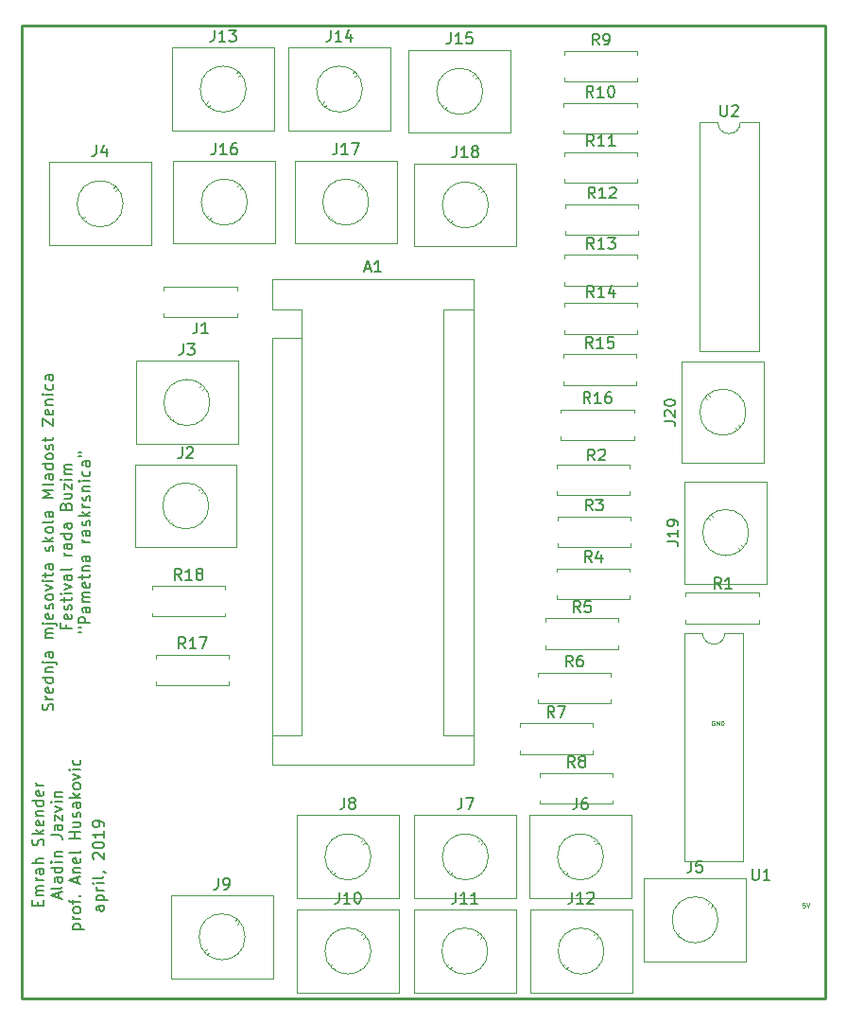
<source format=gbr>
G04 #@! TF.GenerationSoftware,KiCad,Pcbnew,5.1.1-8be2ce7~80~ubuntu18.04.1*
G04 #@! TF.CreationDate,2019-04-21T05:50:51-07:00*
G04 #@! TF.ProjectId,raskrsnica,7261736b-7273-46e6-9963-612e6b696361,rev?*
G04 #@! TF.SameCoordinates,Original*
G04 #@! TF.FileFunction,Legend,Top*
G04 #@! TF.FilePolarity,Positive*
%FSLAX46Y46*%
G04 Gerber Fmt 4.6, Leading zero omitted, Abs format (unit mm)*
G04 Created by KiCad (PCBNEW 5.1.1-8be2ce7~80~ubuntu18.04.1) date 2019-04-21 05:50:51*
%MOMM*%
%LPD*%
G04 APERTURE LIST*
%ADD10C,0.150000*%
%ADD11C,0.100000*%
%ADD12C,0.254000*%
%ADD13C,0.120000*%
G04 APERTURE END LIST*
D10*
X59368180Y-121732228D02*
X58844371Y-121732228D01*
X58749133Y-121779847D01*
X58701514Y-121875085D01*
X58701514Y-122065561D01*
X58749133Y-122160800D01*
X59320561Y-121732228D02*
X59368180Y-121827466D01*
X59368180Y-122065561D01*
X59320561Y-122160800D01*
X59225323Y-122208419D01*
X59130085Y-122208419D01*
X59034847Y-122160800D01*
X58987228Y-122065561D01*
X58987228Y-121827466D01*
X58939609Y-121732228D01*
X58701514Y-121256038D02*
X59701514Y-121256038D01*
X58749133Y-121256038D02*
X58701514Y-121160800D01*
X58701514Y-120970323D01*
X58749133Y-120875085D01*
X58796752Y-120827466D01*
X58891990Y-120779847D01*
X59177704Y-120779847D01*
X59272942Y-120827466D01*
X59320561Y-120875085D01*
X59368180Y-120970323D01*
X59368180Y-121160800D01*
X59320561Y-121256038D01*
X59368180Y-120351276D02*
X58701514Y-120351276D01*
X58891990Y-120351276D02*
X58796752Y-120303657D01*
X58749133Y-120256038D01*
X58701514Y-120160800D01*
X58701514Y-120065561D01*
X59368180Y-119732228D02*
X58701514Y-119732228D01*
X58368180Y-119732228D02*
X58415800Y-119779847D01*
X58463419Y-119732228D01*
X58415800Y-119684609D01*
X58368180Y-119732228D01*
X58463419Y-119732228D01*
X59368180Y-119113180D02*
X59320561Y-119208419D01*
X59225323Y-119256038D01*
X58368180Y-119256038D01*
X59320561Y-118684609D02*
X59368180Y-118684609D01*
X59463419Y-118732228D01*
X59511038Y-118779847D01*
X58463419Y-117541752D02*
X58415800Y-117494133D01*
X58368180Y-117398895D01*
X58368180Y-117160800D01*
X58415800Y-117065561D01*
X58463419Y-117017942D01*
X58558657Y-116970323D01*
X58653895Y-116970323D01*
X58796752Y-117017942D01*
X59368180Y-117589371D01*
X59368180Y-116970323D01*
X58368180Y-116351276D02*
X58368180Y-116256038D01*
X58415800Y-116160800D01*
X58463419Y-116113180D01*
X58558657Y-116065561D01*
X58749133Y-116017942D01*
X58987228Y-116017942D01*
X59177704Y-116065561D01*
X59272942Y-116113180D01*
X59320561Y-116160800D01*
X59368180Y-116256038D01*
X59368180Y-116351276D01*
X59320561Y-116446514D01*
X59272942Y-116494133D01*
X59177704Y-116541752D01*
X58987228Y-116589371D01*
X58749133Y-116589371D01*
X58558657Y-116541752D01*
X58463419Y-116494133D01*
X58415800Y-116446514D01*
X58368180Y-116351276D01*
X59368180Y-115065561D02*
X59368180Y-115636990D01*
X59368180Y-115351276D02*
X58368180Y-115351276D01*
X58511038Y-115446514D01*
X58606276Y-115541752D01*
X58653895Y-115636990D01*
X59368180Y-114589371D02*
X59368180Y-114398895D01*
X59320561Y-114303657D01*
X59272942Y-114256038D01*
X59130085Y-114160800D01*
X58939609Y-114113180D01*
X58558657Y-114113180D01*
X58463419Y-114160800D01*
X58415800Y-114208419D01*
X58368180Y-114303657D01*
X58368180Y-114494133D01*
X58415800Y-114589371D01*
X58463419Y-114636990D01*
X58558657Y-114684609D01*
X58796752Y-114684609D01*
X58891990Y-114636990D01*
X58939609Y-114589371D01*
X58987228Y-114494133D01*
X58987228Y-114303657D01*
X58939609Y-114208419D01*
X58891990Y-114160800D01*
X58796752Y-114113180D01*
X53447371Y-121709771D02*
X53447371Y-121376438D01*
X53971180Y-121233580D02*
X53971180Y-121709771D01*
X52971180Y-121709771D01*
X52971180Y-121233580D01*
X53971180Y-120805009D02*
X53304514Y-120805009D01*
X53399752Y-120805009D02*
X53352133Y-120757390D01*
X53304514Y-120662152D01*
X53304514Y-120519295D01*
X53352133Y-120424057D01*
X53447371Y-120376438D01*
X53971180Y-120376438D01*
X53447371Y-120376438D02*
X53352133Y-120328819D01*
X53304514Y-120233580D01*
X53304514Y-120090723D01*
X53352133Y-119995485D01*
X53447371Y-119947866D01*
X53971180Y-119947866D01*
X53971180Y-119471676D02*
X53304514Y-119471676D01*
X53494990Y-119471676D02*
X53399752Y-119424057D01*
X53352133Y-119376438D01*
X53304514Y-119281200D01*
X53304514Y-119185961D01*
X53971180Y-118424057D02*
X53447371Y-118424057D01*
X53352133Y-118471676D01*
X53304514Y-118566914D01*
X53304514Y-118757390D01*
X53352133Y-118852628D01*
X53923561Y-118424057D02*
X53971180Y-118519295D01*
X53971180Y-118757390D01*
X53923561Y-118852628D01*
X53828323Y-118900247D01*
X53733085Y-118900247D01*
X53637847Y-118852628D01*
X53590228Y-118757390D01*
X53590228Y-118519295D01*
X53542609Y-118424057D01*
X53971180Y-117947866D02*
X52971180Y-117947866D01*
X53971180Y-117519295D02*
X53447371Y-117519295D01*
X53352133Y-117566914D01*
X53304514Y-117662152D01*
X53304514Y-117805009D01*
X53352133Y-117900247D01*
X53399752Y-117947866D01*
X53923561Y-116328819D02*
X53971180Y-116185961D01*
X53971180Y-115947866D01*
X53923561Y-115852628D01*
X53875942Y-115805009D01*
X53780704Y-115757390D01*
X53685466Y-115757390D01*
X53590228Y-115805009D01*
X53542609Y-115852628D01*
X53494990Y-115947866D01*
X53447371Y-116138342D01*
X53399752Y-116233580D01*
X53352133Y-116281200D01*
X53256895Y-116328819D01*
X53161657Y-116328819D01*
X53066419Y-116281200D01*
X53018800Y-116233580D01*
X52971180Y-116138342D01*
X52971180Y-115900247D01*
X53018800Y-115757390D01*
X53971180Y-115328819D02*
X52971180Y-115328819D01*
X53590228Y-115233580D02*
X53971180Y-114947866D01*
X53304514Y-114947866D02*
X53685466Y-115328819D01*
X53923561Y-114138342D02*
X53971180Y-114233580D01*
X53971180Y-114424057D01*
X53923561Y-114519295D01*
X53828323Y-114566914D01*
X53447371Y-114566914D01*
X53352133Y-114519295D01*
X53304514Y-114424057D01*
X53304514Y-114233580D01*
X53352133Y-114138342D01*
X53447371Y-114090723D01*
X53542609Y-114090723D01*
X53637847Y-114566914D01*
X53304514Y-113662152D02*
X53971180Y-113662152D01*
X53399752Y-113662152D02*
X53352133Y-113614533D01*
X53304514Y-113519295D01*
X53304514Y-113376438D01*
X53352133Y-113281200D01*
X53447371Y-113233580D01*
X53971180Y-113233580D01*
X53971180Y-112328819D02*
X52971180Y-112328819D01*
X53923561Y-112328819D02*
X53971180Y-112424057D01*
X53971180Y-112614533D01*
X53923561Y-112709771D01*
X53875942Y-112757390D01*
X53780704Y-112805009D01*
X53494990Y-112805009D01*
X53399752Y-112757390D01*
X53352133Y-112709771D01*
X53304514Y-112614533D01*
X53304514Y-112424057D01*
X53352133Y-112328819D01*
X53923561Y-111471676D02*
X53971180Y-111566914D01*
X53971180Y-111757390D01*
X53923561Y-111852628D01*
X53828323Y-111900247D01*
X53447371Y-111900247D01*
X53352133Y-111852628D01*
X53304514Y-111757390D01*
X53304514Y-111566914D01*
X53352133Y-111471676D01*
X53447371Y-111424057D01*
X53542609Y-111424057D01*
X53637847Y-111900247D01*
X53971180Y-110995485D02*
X53304514Y-110995485D01*
X53494990Y-110995485D02*
X53399752Y-110947866D01*
X53352133Y-110900247D01*
X53304514Y-110805009D01*
X53304514Y-110709771D01*
X55335466Y-121066914D02*
X55335466Y-120590723D01*
X55621180Y-121162152D02*
X54621180Y-120828819D01*
X55621180Y-120495485D01*
X55621180Y-120019295D02*
X55573561Y-120114533D01*
X55478323Y-120162152D01*
X54621180Y-120162152D01*
X55621180Y-119209771D02*
X55097371Y-119209771D01*
X55002133Y-119257390D01*
X54954514Y-119352628D01*
X54954514Y-119543104D01*
X55002133Y-119638342D01*
X55573561Y-119209771D02*
X55621180Y-119305009D01*
X55621180Y-119543104D01*
X55573561Y-119638342D01*
X55478323Y-119685961D01*
X55383085Y-119685961D01*
X55287847Y-119638342D01*
X55240228Y-119543104D01*
X55240228Y-119305009D01*
X55192609Y-119209771D01*
X55621180Y-118305009D02*
X54621180Y-118305009D01*
X55573561Y-118305009D02*
X55621180Y-118400247D01*
X55621180Y-118590723D01*
X55573561Y-118685961D01*
X55525942Y-118733580D01*
X55430704Y-118781200D01*
X55144990Y-118781200D01*
X55049752Y-118733580D01*
X55002133Y-118685961D01*
X54954514Y-118590723D01*
X54954514Y-118400247D01*
X55002133Y-118305009D01*
X55621180Y-117828819D02*
X54954514Y-117828819D01*
X54621180Y-117828819D02*
X54668800Y-117876438D01*
X54716419Y-117828819D01*
X54668800Y-117781200D01*
X54621180Y-117828819D01*
X54716419Y-117828819D01*
X54954514Y-117352628D02*
X55621180Y-117352628D01*
X55049752Y-117352628D02*
X55002133Y-117305009D01*
X54954514Y-117209771D01*
X54954514Y-117066914D01*
X55002133Y-116971676D01*
X55097371Y-116924057D01*
X55621180Y-116924057D01*
X54621180Y-115400247D02*
X55335466Y-115400247D01*
X55478323Y-115447866D01*
X55573561Y-115543104D01*
X55621180Y-115685961D01*
X55621180Y-115781200D01*
X55621180Y-114495485D02*
X55097371Y-114495485D01*
X55002133Y-114543104D01*
X54954514Y-114638342D01*
X54954514Y-114828819D01*
X55002133Y-114924057D01*
X55573561Y-114495485D02*
X55621180Y-114590723D01*
X55621180Y-114828819D01*
X55573561Y-114924057D01*
X55478323Y-114971676D01*
X55383085Y-114971676D01*
X55287847Y-114924057D01*
X55240228Y-114828819D01*
X55240228Y-114590723D01*
X55192609Y-114495485D01*
X54954514Y-114114533D02*
X54954514Y-113590723D01*
X55621180Y-114114533D01*
X55621180Y-113590723D01*
X54954514Y-113305009D02*
X55621180Y-113066914D01*
X54954514Y-112828819D01*
X55621180Y-112447866D02*
X54954514Y-112447866D01*
X54621180Y-112447866D02*
X54668800Y-112495485D01*
X54716419Y-112447866D01*
X54668800Y-112400247D01*
X54621180Y-112447866D01*
X54716419Y-112447866D01*
X54954514Y-111971676D02*
X55621180Y-111971676D01*
X55049752Y-111971676D02*
X55002133Y-111924057D01*
X54954514Y-111828819D01*
X54954514Y-111685961D01*
X55002133Y-111590723D01*
X55097371Y-111543104D01*
X55621180Y-111543104D01*
X56604514Y-123852628D02*
X57604514Y-123852628D01*
X56652133Y-123852628D02*
X56604514Y-123757390D01*
X56604514Y-123566914D01*
X56652133Y-123471676D01*
X56699752Y-123424057D01*
X56794990Y-123376438D01*
X57080704Y-123376438D01*
X57175942Y-123424057D01*
X57223561Y-123471676D01*
X57271180Y-123566914D01*
X57271180Y-123757390D01*
X57223561Y-123852628D01*
X57271180Y-122947866D02*
X56604514Y-122947866D01*
X56794990Y-122947866D02*
X56699752Y-122900247D01*
X56652133Y-122852628D01*
X56604514Y-122757390D01*
X56604514Y-122662152D01*
X57271180Y-122185961D02*
X57223561Y-122281200D01*
X57175942Y-122328819D01*
X57080704Y-122376438D01*
X56794990Y-122376438D01*
X56699752Y-122328819D01*
X56652133Y-122281200D01*
X56604514Y-122185961D01*
X56604514Y-122043104D01*
X56652133Y-121947866D01*
X56699752Y-121900247D01*
X56794990Y-121852628D01*
X57080704Y-121852628D01*
X57175942Y-121900247D01*
X57223561Y-121947866D01*
X57271180Y-122043104D01*
X57271180Y-122185961D01*
X56604514Y-121566914D02*
X56604514Y-121185961D01*
X57271180Y-121424057D02*
X56414038Y-121424057D01*
X56318800Y-121376438D01*
X56271180Y-121281200D01*
X56271180Y-121185961D01*
X57175942Y-120852628D02*
X57223561Y-120805009D01*
X57271180Y-120852628D01*
X57223561Y-120900247D01*
X57175942Y-120852628D01*
X57271180Y-120852628D01*
X56985466Y-119662152D02*
X56985466Y-119185961D01*
X57271180Y-119757390D02*
X56271180Y-119424057D01*
X57271180Y-119090723D01*
X56604514Y-118757390D02*
X57271180Y-118757390D01*
X56699752Y-118757390D02*
X56652133Y-118709771D01*
X56604514Y-118614533D01*
X56604514Y-118471676D01*
X56652133Y-118376438D01*
X56747371Y-118328819D01*
X57271180Y-118328819D01*
X57223561Y-117471676D02*
X57271180Y-117566914D01*
X57271180Y-117757390D01*
X57223561Y-117852628D01*
X57128323Y-117900247D01*
X56747371Y-117900247D01*
X56652133Y-117852628D01*
X56604514Y-117757390D01*
X56604514Y-117566914D01*
X56652133Y-117471676D01*
X56747371Y-117424057D01*
X56842609Y-117424057D01*
X56937847Y-117900247D01*
X57271180Y-116852628D02*
X57223561Y-116947866D01*
X57128323Y-116995485D01*
X56271180Y-116995485D01*
X57271180Y-115709771D02*
X56271180Y-115709771D01*
X56747371Y-115709771D02*
X56747371Y-115138342D01*
X57271180Y-115138342D02*
X56271180Y-115138342D01*
X56604514Y-114233580D02*
X57271180Y-114233580D01*
X56604514Y-114662152D02*
X57128323Y-114662152D01*
X57223561Y-114614533D01*
X57271180Y-114519295D01*
X57271180Y-114376438D01*
X57223561Y-114281200D01*
X57175942Y-114233580D01*
X57223561Y-113805009D02*
X57271180Y-113709771D01*
X57271180Y-113519295D01*
X57223561Y-113424057D01*
X57128323Y-113376438D01*
X57080704Y-113376438D01*
X56985466Y-113424057D01*
X56937847Y-113519295D01*
X56937847Y-113662152D01*
X56890228Y-113757390D01*
X56794990Y-113805009D01*
X56747371Y-113805009D01*
X56652133Y-113757390D01*
X56604514Y-113662152D01*
X56604514Y-113519295D01*
X56652133Y-113424057D01*
X57271180Y-112519295D02*
X56747371Y-112519295D01*
X56652133Y-112566914D01*
X56604514Y-112662152D01*
X56604514Y-112852628D01*
X56652133Y-112947866D01*
X57223561Y-112519295D02*
X57271180Y-112614533D01*
X57271180Y-112852628D01*
X57223561Y-112947866D01*
X57128323Y-112995485D01*
X57033085Y-112995485D01*
X56937847Y-112947866D01*
X56890228Y-112852628D01*
X56890228Y-112614533D01*
X56842609Y-112519295D01*
X57271180Y-112043104D02*
X56271180Y-112043104D01*
X56890228Y-111947866D02*
X57271180Y-111662152D01*
X56604514Y-111662152D02*
X56985466Y-112043104D01*
X57271180Y-111090723D02*
X57223561Y-111185961D01*
X57175942Y-111233580D01*
X57080704Y-111281200D01*
X56794990Y-111281200D01*
X56699752Y-111233580D01*
X56652133Y-111185961D01*
X56604514Y-111090723D01*
X56604514Y-110947866D01*
X56652133Y-110852628D01*
X56699752Y-110805009D01*
X56794990Y-110757390D01*
X57080704Y-110757390D01*
X57175942Y-110805009D01*
X57223561Y-110852628D01*
X57271180Y-110947866D01*
X57271180Y-111090723D01*
X56604514Y-110424057D02*
X57271180Y-110185961D01*
X56604514Y-109947866D01*
X57271180Y-109566914D02*
X56604514Y-109566914D01*
X56271180Y-109566914D02*
X56318800Y-109614533D01*
X56366419Y-109566914D01*
X56318800Y-109519295D01*
X56271180Y-109566914D01*
X56366419Y-109566914D01*
X57223561Y-108662152D02*
X57271180Y-108757390D01*
X57271180Y-108947866D01*
X57223561Y-109043104D01*
X57175942Y-109090723D01*
X57080704Y-109138342D01*
X56794990Y-109138342D01*
X56699752Y-109090723D01*
X56652133Y-109043104D01*
X56604514Y-108947866D01*
X56604514Y-108757390D01*
X56652133Y-108662152D01*
X54787161Y-104228609D02*
X54834780Y-104085752D01*
X54834780Y-103847657D01*
X54787161Y-103752419D01*
X54739542Y-103704800D01*
X54644304Y-103657180D01*
X54549066Y-103657180D01*
X54453828Y-103704800D01*
X54406209Y-103752419D01*
X54358590Y-103847657D01*
X54310971Y-104038133D01*
X54263352Y-104133371D01*
X54215733Y-104180990D01*
X54120495Y-104228609D01*
X54025257Y-104228609D01*
X53930019Y-104180990D01*
X53882400Y-104133371D01*
X53834780Y-104038133D01*
X53834780Y-103800038D01*
X53882400Y-103657180D01*
X54834780Y-103228609D02*
X54168114Y-103228609D01*
X54358590Y-103228609D02*
X54263352Y-103180990D01*
X54215733Y-103133371D01*
X54168114Y-103038133D01*
X54168114Y-102942895D01*
X54787161Y-102228609D02*
X54834780Y-102323847D01*
X54834780Y-102514323D01*
X54787161Y-102609561D01*
X54691923Y-102657180D01*
X54310971Y-102657180D01*
X54215733Y-102609561D01*
X54168114Y-102514323D01*
X54168114Y-102323847D01*
X54215733Y-102228609D01*
X54310971Y-102180990D01*
X54406209Y-102180990D01*
X54501447Y-102657180D01*
X54834780Y-101323847D02*
X53834780Y-101323847D01*
X54787161Y-101323847D02*
X54834780Y-101419085D01*
X54834780Y-101609561D01*
X54787161Y-101704800D01*
X54739542Y-101752419D01*
X54644304Y-101800038D01*
X54358590Y-101800038D01*
X54263352Y-101752419D01*
X54215733Y-101704800D01*
X54168114Y-101609561D01*
X54168114Y-101419085D01*
X54215733Y-101323847D01*
X54168114Y-100847657D02*
X54834780Y-100847657D01*
X54263352Y-100847657D02*
X54215733Y-100800038D01*
X54168114Y-100704800D01*
X54168114Y-100561942D01*
X54215733Y-100466704D01*
X54310971Y-100419085D01*
X54834780Y-100419085D01*
X54168114Y-99942895D02*
X55025257Y-99942895D01*
X55120495Y-99990514D01*
X55168114Y-100085752D01*
X55168114Y-100133371D01*
X53834780Y-99942895D02*
X53882400Y-99990514D01*
X53930019Y-99942895D01*
X53882400Y-99895276D01*
X53834780Y-99942895D01*
X53930019Y-99942895D01*
X54834780Y-99038133D02*
X54310971Y-99038133D01*
X54215733Y-99085752D01*
X54168114Y-99180990D01*
X54168114Y-99371466D01*
X54215733Y-99466704D01*
X54787161Y-99038133D02*
X54834780Y-99133371D01*
X54834780Y-99371466D01*
X54787161Y-99466704D01*
X54691923Y-99514323D01*
X54596685Y-99514323D01*
X54501447Y-99466704D01*
X54453828Y-99371466D01*
X54453828Y-99133371D01*
X54406209Y-99038133D01*
X54834780Y-97800038D02*
X54168114Y-97800038D01*
X54263352Y-97800038D02*
X54215733Y-97752419D01*
X54168114Y-97657180D01*
X54168114Y-97514323D01*
X54215733Y-97419085D01*
X54310971Y-97371466D01*
X54834780Y-97371466D01*
X54310971Y-97371466D02*
X54215733Y-97323847D01*
X54168114Y-97228609D01*
X54168114Y-97085752D01*
X54215733Y-96990514D01*
X54310971Y-96942895D01*
X54834780Y-96942895D01*
X54168114Y-96466704D02*
X55025257Y-96466704D01*
X55120495Y-96514323D01*
X55168114Y-96609561D01*
X55168114Y-96657180D01*
X53834780Y-96466704D02*
X53882400Y-96514323D01*
X53930019Y-96466704D01*
X53882400Y-96419085D01*
X53834780Y-96466704D01*
X53930019Y-96466704D01*
X54787161Y-95609561D02*
X54834780Y-95704800D01*
X54834780Y-95895276D01*
X54787161Y-95990514D01*
X54691923Y-96038133D01*
X54310971Y-96038133D01*
X54215733Y-95990514D01*
X54168114Y-95895276D01*
X54168114Y-95704800D01*
X54215733Y-95609561D01*
X54310971Y-95561942D01*
X54406209Y-95561942D01*
X54501447Y-96038133D01*
X54787161Y-95180990D02*
X54834780Y-95085752D01*
X54834780Y-94895276D01*
X54787161Y-94800038D01*
X54691923Y-94752419D01*
X54644304Y-94752419D01*
X54549066Y-94800038D01*
X54501447Y-94895276D01*
X54501447Y-95038133D01*
X54453828Y-95133371D01*
X54358590Y-95180990D01*
X54310971Y-95180990D01*
X54215733Y-95133371D01*
X54168114Y-95038133D01*
X54168114Y-94895276D01*
X54215733Y-94800038D01*
X54834780Y-94180990D02*
X54787161Y-94276228D01*
X54739542Y-94323847D01*
X54644304Y-94371466D01*
X54358590Y-94371466D01*
X54263352Y-94323847D01*
X54215733Y-94276228D01*
X54168114Y-94180990D01*
X54168114Y-94038133D01*
X54215733Y-93942895D01*
X54263352Y-93895276D01*
X54358590Y-93847657D01*
X54644304Y-93847657D01*
X54739542Y-93895276D01*
X54787161Y-93942895D01*
X54834780Y-94038133D01*
X54834780Y-94180990D01*
X54168114Y-93514323D02*
X54834780Y-93276228D01*
X54168114Y-93038133D01*
X54834780Y-92657180D02*
X54168114Y-92657180D01*
X53834780Y-92657180D02*
X53882400Y-92704800D01*
X53930019Y-92657180D01*
X53882400Y-92609561D01*
X53834780Y-92657180D01*
X53930019Y-92657180D01*
X54168114Y-92323847D02*
X54168114Y-91942895D01*
X53834780Y-92180990D02*
X54691923Y-92180990D01*
X54787161Y-92133371D01*
X54834780Y-92038133D01*
X54834780Y-91942895D01*
X54834780Y-91180990D02*
X54310971Y-91180990D01*
X54215733Y-91228609D01*
X54168114Y-91323847D01*
X54168114Y-91514323D01*
X54215733Y-91609561D01*
X54787161Y-91180990D02*
X54834780Y-91276228D01*
X54834780Y-91514323D01*
X54787161Y-91609561D01*
X54691923Y-91657180D01*
X54596685Y-91657180D01*
X54501447Y-91609561D01*
X54453828Y-91514323D01*
X54453828Y-91276228D01*
X54406209Y-91180990D01*
X54787161Y-89990514D02*
X54834780Y-89895276D01*
X54834780Y-89704800D01*
X54787161Y-89609561D01*
X54691923Y-89561942D01*
X54644304Y-89561942D01*
X54549066Y-89609561D01*
X54501447Y-89704800D01*
X54501447Y-89847657D01*
X54453828Y-89942895D01*
X54358590Y-89990514D01*
X54310971Y-89990514D01*
X54215733Y-89942895D01*
X54168114Y-89847657D01*
X54168114Y-89704800D01*
X54215733Y-89609561D01*
X54834780Y-89133371D02*
X53834780Y-89133371D01*
X54453828Y-89038133D02*
X54834780Y-88752419D01*
X54168114Y-88752419D02*
X54549066Y-89133371D01*
X54834780Y-88180990D02*
X54787161Y-88276228D01*
X54739542Y-88323847D01*
X54644304Y-88371466D01*
X54358590Y-88371466D01*
X54263352Y-88323847D01*
X54215733Y-88276228D01*
X54168114Y-88180990D01*
X54168114Y-88038133D01*
X54215733Y-87942895D01*
X54263352Y-87895276D01*
X54358590Y-87847657D01*
X54644304Y-87847657D01*
X54739542Y-87895276D01*
X54787161Y-87942895D01*
X54834780Y-88038133D01*
X54834780Y-88180990D01*
X54834780Y-87276228D02*
X54787161Y-87371466D01*
X54691923Y-87419085D01*
X53834780Y-87419085D01*
X54834780Y-86466704D02*
X54310971Y-86466704D01*
X54215733Y-86514323D01*
X54168114Y-86609561D01*
X54168114Y-86800038D01*
X54215733Y-86895276D01*
X54787161Y-86466704D02*
X54834780Y-86561942D01*
X54834780Y-86800038D01*
X54787161Y-86895276D01*
X54691923Y-86942895D01*
X54596685Y-86942895D01*
X54501447Y-86895276D01*
X54453828Y-86800038D01*
X54453828Y-86561942D01*
X54406209Y-86466704D01*
X54834780Y-85228609D02*
X53834780Y-85228609D01*
X54549066Y-84895276D01*
X53834780Y-84561942D01*
X54834780Y-84561942D01*
X54834780Y-83942895D02*
X54787161Y-84038133D01*
X54691923Y-84085752D01*
X53834780Y-84085752D01*
X54834780Y-83133371D02*
X54310971Y-83133371D01*
X54215733Y-83180990D01*
X54168114Y-83276228D01*
X54168114Y-83466704D01*
X54215733Y-83561942D01*
X54787161Y-83133371D02*
X54834780Y-83228609D01*
X54834780Y-83466704D01*
X54787161Y-83561942D01*
X54691923Y-83609561D01*
X54596685Y-83609561D01*
X54501447Y-83561942D01*
X54453828Y-83466704D01*
X54453828Y-83228609D01*
X54406209Y-83133371D01*
X54834780Y-82228609D02*
X53834780Y-82228609D01*
X54787161Y-82228609D02*
X54834780Y-82323847D01*
X54834780Y-82514323D01*
X54787161Y-82609561D01*
X54739542Y-82657180D01*
X54644304Y-82704800D01*
X54358590Y-82704800D01*
X54263352Y-82657180D01*
X54215733Y-82609561D01*
X54168114Y-82514323D01*
X54168114Y-82323847D01*
X54215733Y-82228609D01*
X54834780Y-81609561D02*
X54787161Y-81704800D01*
X54739542Y-81752419D01*
X54644304Y-81800038D01*
X54358590Y-81800038D01*
X54263352Y-81752419D01*
X54215733Y-81704800D01*
X54168114Y-81609561D01*
X54168114Y-81466704D01*
X54215733Y-81371466D01*
X54263352Y-81323847D01*
X54358590Y-81276228D01*
X54644304Y-81276228D01*
X54739542Y-81323847D01*
X54787161Y-81371466D01*
X54834780Y-81466704D01*
X54834780Y-81609561D01*
X54787161Y-80895276D02*
X54834780Y-80800038D01*
X54834780Y-80609561D01*
X54787161Y-80514323D01*
X54691923Y-80466704D01*
X54644304Y-80466704D01*
X54549066Y-80514323D01*
X54501447Y-80609561D01*
X54501447Y-80752419D01*
X54453828Y-80847657D01*
X54358590Y-80895276D01*
X54310971Y-80895276D01*
X54215733Y-80847657D01*
X54168114Y-80752419D01*
X54168114Y-80609561D01*
X54215733Y-80514323D01*
X54168114Y-80180990D02*
X54168114Y-79800038D01*
X53834780Y-80038133D02*
X54691923Y-80038133D01*
X54787161Y-79990514D01*
X54834780Y-79895276D01*
X54834780Y-79800038D01*
X53834780Y-78800038D02*
X53834780Y-78133371D01*
X54834780Y-78800038D01*
X54834780Y-78133371D01*
X54787161Y-77371466D02*
X54834780Y-77466704D01*
X54834780Y-77657180D01*
X54787161Y-77752419D01*
X54691923Y-77800038D01*
X54310971Y-77800038D01*
X54215733Y-77752419D01*
X54168114Y-77657180D01*
X54168114Y-77466704D01*
X54215733Y-77371466D01*
X54310971Y-77323847D01*
X54406209Y-77323847D01*
X54501447Y-77800038D01*
X54168114Y-76895276D02*
X54834780Y-76895276D01*
X54263352Y-76895276D02*
X54215733Y-76847657D01*
X54168114Y-76752419D01*
X54168114Y-76609561D01*
X54215733Y-76514323D01*
X54310971Y-76466704D01*
X54834780Y-76466704D01*
X54834780Y-75990514D02*
X54168114Y-75990514D01*
X53834780Y-75990514D02*
X53882400Y-76038133D01*
X53930019Y-75990514D01*
X53882400Y-75942895D01*
X53834780Y-75990514D01*
X53930019Y-75990514D01*
X54787161Y-75085752D02*
X54834780Y-75180990D01*
X54834780Y-75371466D01*
X54787161Y-75466704D01*
X54739542Y-75514323D01*
X54644304Y-75561942D01*
X54358590Y-75561942D01*
X54263352Y-75514323D01*
X54215733Y-75466704D01*
X54168114Y-75371466D01*
X54168114Y-75180990D01*
X54215733Y-75085752D01*
X54834780Y-74228609D02*
X54310971Y-74228609D01*
X54215733Y-74276228D01*
X54168114Y-74371466D01*
X54168114Y-74561942D01*
X54215733Y-74657180D01*
X54787161Y-74228609D02*
X54834780Y-74323847D01*
X54834780Y-74561942D01*
X54787161Y-74657180D01*
X54691923Y-74704800D01*
X54596685Y-74704800D01*
X54501447Y-74657180D01*
X54453828Y-74561942D01*
X54453828Y-74323847D01*
X54406209Y-74228609D01*
X55960971Y-96585752D02*
X55960971Y-96919085D01*
X56484780Y-96919085D02*
X55484780Y-96919085D01*
X55484780Y-96442895D01*
X56437161Y-95680990D02*
X56484780Y-95776228D01*
X56484780Y-95966704D01*
X56437161Y-96061942D01*
X56341923Y-96109561D01*
X55960971Y-96109561D01*
X55865733Y-96061942D01*
X55818114Y-95966704D01*
X55818114Y-95776228D01*
X55865733Y-95680990D01*
X55960971Y-95633371D01*
X56056209Y-95633371D01*
X56151447Y-96109561D01*
X56437161Y-95252419D02*
X56484780Y-95157180D01*
X56484780Y-94966704D01*
X56437161Y-94871466D01*
X56341923Y-94823847D01*
X56294304Y-94823847D01*
X56199066Y-94871466D01*
X56151447Y-94966704D01*
X56151447Y-95109561D01*
X56103828Y-95204800D01*
X56008590Y-95252419D01*
X55960971Y-95252419D01*
X55865733Y-95204800D01*
X55818114Y-95109561D01*
X55818114Y-94966704D01*
X55865733Y-94871466D01*
X55818114Y-94538133D02*
X55818114Y-94157180D01*
X55484780Y-94395276D02*
X56341923Y-94395276D01*
X56437161Y-94347657D01*
X56484780Y-94252419D01*
X56484780Y-94157180D01*
X56484780Y-93823847D02*
X55818114Y-93823847D01*
X55484780Y-93823847D02*
X55532400Y-93871466D01*
X55580019Y-93823847D01*
X55532400Y-93776228D01*
X55484780Y-93823847D01*
X55580019Y-93823847D01*
X55818114Y-93442895D02*
X56484780Y-93204800D01*
X55818114Y-92966704D01*
X56484780Y-92157180D02*
X55960971Y-92157180D01*
X55865733Y-92204800D01*
X55818114Y-92300038D01*
X55818114Y-92490514D01*
X55865733Y-92585752D01*
X56437161Y-92157180D02*
X56484780Y-92252419D01*
X56484780Y-92490514D01*
X56437161Y-92585752D01*
X56341923Y-92633371D01*
X56246685Y-92633371D01*
X56151447Y-92585752D01*
X56103828Y-92490514D01*
X56103828Y-92252419D01*
X56056209Y-92157180D01*
X56484780Y-91538133D02*
X56437161Y-91633371D01*
X56341923Y-91680990D01*
X55484780Y-91680990D01*
X56484780Y-90395276D02*
X55818114Y-90395276D01*
X56008590Y-90395276D02*
X55913352Y-90347657D01*
X55865733Y-90300038D01*
X55818114Y-90204800D01*
X55818114Y-90109561D01*
X56484780Y-89347657D02*
X55960971Y-89347657D01*
X55865733Y-89395276D01*
X55818114Y-89490514D01*
X55818114Y-89680990D01*
X55865733Y-89776228D01*
X56437161Y-89347657D02*
X56484780Y-89442895D01*
X56484780Y-89680990D01*
X56437161Y-89776228D01*
X56341923Y-89823847D01*
X56246685Y-89823847D01*
X56151447Y-89776228D01*
X56103828Y-89680990D01*
X56103828Y-89442895D01*
X56056209Y-89347657D01*
X56484780Y-88442895D02*
X55484780Y-88442895D01*
X56437161Y-88442895D02*
X56484780Y-88538133D01*
X56484780Y-88728609D01*
X56437161Y-88823847D01*
X56389542Y-88871466D01*
X56294304Y-88919085D01*
X56008590Y-88919085D01*
X55913352Y-88871466D01*
X55865733Y-88823847D01*
X55818114Y-88728609D01*
X55818114Y-88538133D01*
X55865733Y-88442895D01*
X56484780Y-87538133D02*
X55960971Y-87538133D01*
X55865733Y-87585752D01*
X55818114Y-87680990D01*
X55818114Y-87871466D01*
X55865733Y-87966704D01*
X56437161Y-87538133D02*
X56484780Y-87633371D01*
X56484780Y-87871466D01*
X56437161Y-87966704D01*
X56341923Y-88014323D01*
X56246685Y-88014323D01*
X56151447Y-87966704D01*
X56103828Y-87871466D01*
X56103828Y-87633371D01*
X56056209Y-87538133D01*
X55960971Y-85966704D02*
X56008590Y-85823847D01*
X56056209Y-85776228D01*
X56151447Y-85728609D01*
X56294304Y-85728609D01*
X56389542Y-85776228D01*
X56437161Y-85823847D01*
X56484780Y-85919085D01*
X56484780Y-86300038D01*
X55484780Y-86300038D01*
X55484780Y-85966704D01*
X55532400Y-85871466D01*
X55580019Y-85823847D01*
X55675257Y-85776228D01*
X55770495Y-85776228D01*
X55865733Y-85823847D01*
X55913352Y-85871466D01*
X55960971Y-85966704D01*
X55960971Y-86300038D01*
X55818114Y-84871466D02*
X56484780Y-84871466D01*
X55818114Y-85300038D02*
X56341923Y-85300038D01*
X56437161Y-85252419D01*
X56484780Y-85157180D01*
X56484780Y-85014323D01*
X56437161Y-84919085D01*
X56389542Y-84871466D01*
X55818114Y-84490514D02*
X55818114Y-83966704D01*
X56484780Y-84490514D01*
X56484780Y-83966704D01*
X56484780Y-83585752D02*
X55818114Y-83585752D01*
X55484780Y-83585752D02*
X55532400Y-83633371D01*
X55580019Y-83585752D01*
X55532400Y-83538133D01*
X55484780Y-83585752D01*
X55580019Y-83585752D01*
X56484780Y-83109561D02*
X55818114Y-83109561D01*
X55913352Y-83109561D02*
X55865733Y-83061942D01*
X55818114Y-82966704D01*
X55818114Y-82823847D01*
X55865733Y-82728609D01*
X55960971Y-82680990D01*
X56484780Y-82680990D01*
X55960971Y-82680990D02*
X55865733Y-82633371D01*
X55818114Y-82538133D01*
X55818114Y-82395276D01*
X55865733Y-82300038D01*
X55960971Y-82252419D01*
X56484780Y-82252419D01*
X57134780Y-97252419D02*
X57325257Y-97252419D01*
X57134780Y-96871466D02*
X57325257Y-96871466D01*
X58134780Y-96442895D02*
X57134780Y-96442895D01*
X57134780Y-96061942D01*
X57182400Y-95966704D01*
X57230019Y-95919085D01*
X57325257Y-95871466D01*
X57468114Y-95871466D01*
X57563352Y-95919085D01*
X57610971Y-95966704D01*
X57658590Y-96061942D01*
X57658590Y-96442895D01*
X58134780Y-95014323D02*
X57610971Y-95014323D01*
X57515733Y-95061942D01*
X57468114Y-95157180D01*
X57468114Y-95347657D01*
X57515733Y-95442895D01*
X58087161Y-95014323D02*
X58134780Y-95109561D01*
X58134780Y-95347657D01*
X58087161Y-95442895D01*
X57991923Y-95490514D01*
X57896685Y-95490514D01*
X57801447Y-95442895D01*
X57753828Y-95347657D01*
X57753828Y-95109561D01*
X57706209Y-95014323D01*
X58134780Y-94538133D02*
X57468114Y-94538133D01*
X57563352Y-94538133D02*
X57515733Y-94490514D01*
X57468114Y-94395276D01*
X57468114Y-94252419D01*
X57515733Y-94157180D01*
X57610971Y-94109561D01*
X58134780Y-94109561D01*
X57610971Y-94109561D02*
X57515733Y-94061942D01*
X57468114Y-93966704D01*
X57468114Y-93823847D01*
X57515733Y-93728609D01*
X57610971Y-93680990D01*
X58134780Y-93680990D01*
X58087161Y-92823847D02*
X58134780Y-92919085D01*
X58134780Y-93109561D01*
X58087161Y-93204800D01*
X57991923Y-93252419D01*
X57610971Y-93252419D01*
X57515733Y-93204800D01*
X57468114Y-93109561D01*
X57468114Y-92919085D01*
X57515733Y-92823847D01*
X57610971Y-92776228D01*
X57706209Y-92776228D01*
X57801447Y-93252419D01*
X57468114Y-92490514D02*
X57468114Y-92109561D01*
X57134780Y-92347657D02*
X57991923Y-92347657D01*
X58087161Y-92300038D01*
X58134780Y-92204800D01*
X58134780Y-92109561D01*
X57468114Y-91776228D02*
X58134780Y-91776228D01*
X57563352Y-91776228D02*
X57515733Y-91728609D01*
X57468114Y-91633371D01*
X57468114Y-91490514D01*
X57515733Y-91395276D01*
X57610971Y-91347657D01*
X58134780Y-91347657D01*
X58134780Y-90442895D02*
X57610971Y-90442895D01*
X57515733Y-90490514D01*
X57468114Y-90585752D01*
X57468114Y-90776228D01*
X57515733Y-90871466D01*
X58087161Y-90442895D02*
X58134780Y-90538133D01*
X58134780Y-90776228D01*
X58087161Y-90871466D01*
X57991923Y-90919085D01*
X57896685Y-90919085D01*
X57801447Y-90871466D01*
X57753828Y-90776228D01*
X57753828Y-90538133D01*
X57706209Y-90442895D01*
X58134780Y-89204800D02*
X57468114Y-89204800D01*
X57658590Y-89204800D02*
X57563352Y-89157180D01*
X57515733Y-89109561D01*
X57468114Y-89014323D01*
X57468114Y-88919085D01*
X58134780Y-88157180D02*
X57610971Y-88157180D01*
X57515733Y-88204800D01*
X57468114Y-88300038D01*
X57468114Y-88490514D01*
X57515733Y-88585752D01*
X58087161Y-88157180D02*
X58134780Y-88252419D01*
X58134780Y-88490514D01*
X58087161Y-88585752D01*
X57991923Y-88633371D01*
X57896685Y-88633371D01*
X57801447Y-88585752D01*
X57753828Y-88490514D01*
X57753828Y-88252419D01*
X57706209Y-88157180D01*
X58087161Y-87728609D02*
X58134780Y-87633371D01*
X58134780Y-87442895D01*
X58087161Y-87347657D01*
X57991923Y-87300038D01*
X57944304Y-87300038D01*
X57849066Y-87347657D01*
X57801447Y-87442895D01*
X57801447Y-87585752D01*
X57753828Y-87680990D01*
X57658590Y-87728609D01*
X57610971Y-87728609D01*
X57515733Y-87680990D01*
X57468114Y-87585752D01*
X57468114Y-87442895D01*
X57515733Y-87347657D01*
X58134780Y-86871466D02*
X57134780Y-86871466D01*
X57753828Y-86776228D02*
X58134780Y-86490514D01*
X57468114Y-86490514D02*
X57849066Y-86871466D01*
X58134780Y-86061942D02*
X57468114Y-86061942D01*
X57658590Y-86061942D02*
X57563352Y-86014323D01*
X57515733Y-85966704D01*
X57468114Y-85871466D01*
X57468114Y-85776228D01*
X58087161Y-85490514D02*
X58134780Y-85395276D01*
X58134780Y-85204800D01*
X58087161Y-85109561D01*
X57991923Y-85061942D01*
X57944304Y-85061942D01*
X57849066Y-85109561D01*
X57801447Y-85204800D01*
X57801447Y-85347657D01*
X57753828Y-85442895D01*
X57658590Y-85490514D01*
X57610971Y-85490514D01*
X57515733Y-85442895D01*
X57468114Y-85347657D01*
X57468114Y-85204800D01*
X57515733Y-85109561D01*
X57468114Y-84633371D02*
X58134780Y-84633371D01*
X57563352Y-84633371D02*
X57515733Y-84585752D01*
X57468114Y-84490514D01*
X57468114Y-84347657D01*
X57515733Y-84252419D01*
X57610971Y-84204800D01*
X58134780Y-84204800D01*
X58134780Y-83728609D02*
X57468114Y-83728609D01*
X57134780Y-83728609D02*
X57182400Y-83776228D01*
X57230019Y-83728609D01*
X57182400Y-83680990D01*
X57134780Y-83728609D01*
X57230019Y-83728609D01*
X58087161Y-82823847D02*
X58134780Y-82919085D01*
X58134780Y-83109561D01*
X58087161Y-83204800D01*
X58039542Y-83252419D01*
X57944304Y-83300038D01*
X57658590Y-83300038D01*
X57563352Y-83252419D01*
X57515733Y-83204800D01*
X57468114Y-83109561D01*
X57468114Y-82919085D01*
X57515733Y-82823847D01*
X58134780Y-81966704D02*
X57610971Y-81966704D01*
X57515733Y-82014323D01*
X57468114Y-82109561D01*
X57468114Y-82300038D01*
X57515733Y-82395276D01*
X58087161Y-81966704D02*
X58134780Y-82061942D01*
X58134780Y-82300038D01*
X58087161Y-82395276D01*
X57991923Y-82442895D01*
X57896685Y-82442895D01*
X57801447Y-82395276D01*
X57753828Y-82300038D01*
X57753828Y-82061942D01*
X57706209Y-81966704D01*
X57134780Y-81538133D02*
X57325257Y-81538133D01*
X57134780Y-81157180D02*
X57325257Y-81157180D01*
D11*
X114046038Y-105210000D02*
X114007942Y-105190952D01*
X113950800Y-105190952D01*
X113893657Y-105210000D01*
X113855561Y-105248095D01*
X113836514Y-105286190D01*
X113817466Y-105362380D01*
X113817466Y-105419523D01*
X113836514Y-105495714D01*
X113855561Y-105533809D01*
X113893657Y-105571904D01*
X113950800Y-105590952D01*
X113988895Y-105590952D01*
X114046038Y-105571904D01*
X114065085Y-105552857D01*
X114065085Y-105419523D01*
X113988895Y-105419523D01*
X114236514Y-105590952D02*
X114236514Y-105190952D01*
X114465085Y-105590952D01*
X114465085Y-105190952D01*
X114655561Y-105590952D02*
X114655561Y-105190952D01*
X114750800Y-105190952D01*
X114807942Y-105210000D01*
X114846038Y-105248095D01*
X114865085Y-105286190D01*
X114884133Y-105362380D01*
X114884133Y-105419523D01*
X114865085Y-105495714D01*
X114846038Y-105533809D01*
X114807942Y-105571904D01*
X114750800Y-105590952D01*
X114655561Y-105590952D01*
X122148609Y-121497752D02*
X121958133Y-121497752D01*
X121939085Y-121688228D01*
X121958133Y-121669180D01*
X121996228Y-121650133D01*
X122091466Y-121650133D01*
X122129561Y-121669180D01*
X122148609Y-121688228D01*
X122167657Y-121726323D01*
X122167657Y-121821561D01*
X122148609Y-121859657D01*
X122129561Y-121878704D01*
X122091466Y-121897752D01*
X121996228Y-121897752D01*
X121958133Y-121878704D01*
X121939085Y-121859657D01*
X122281942Y-121497752D02*
X122415276Y-121897752D01*
X122548609Y-121497752D01*
D12*
X52000000Y-130000000D02*
X124000000Y-130000000D01*
X52000000Y-43000000D02*
X52000000Y-130000000D01*
X124000000Y-43000000D02*
X52000000Y-43000000D01*
X124000000Y-43000000D02*
X124000000Y-130000000D01*
D13*
X118016800Y-51654400D02*
X116366800Y-51654400D01*
X118016800Y-72094400D02*
X118016800Y-51654400D01*
X112716800Y-72094400D02*
X118016800Y-72094400D01*
X112716800Y-51654400D02*
X112716800Y-72094400D01*
X114366800Y-51654400D02*
X112716800Y-51654400D01*
X116366800Y-51654400D02*
G75*
G02X114366800Y-51654400I-1000000J0D01*
G01*
X116645200Y-97323600D02*
X114995200Y-97323600D01*
X116645200Y-117763600D02*
X116645200Y-97323600D01*
X111345200Y-117763600D02*
X116645200Y-117763600D01*
X111345200Y-97323600D02*
X111345200Y-117763600D01*
X112995200Y-97323600D02*
X111345200Y-97323600D01*
X114995200Y-97323600D02*
G75*
G02X112995200Y-97323600I-1000000J0D01*
G01*
X70224400Y-95858000D02*
X70224400Y-95528000D01*
X63684400Y-95858000D02*
X70224400Y-95858000D01*
X63684400Y-95528000D02*
X63684400Y-95858000D01*
X70224400Y-93118000D02*
X70224400Y-93448000D01*
X63684400Y-93118000D02*
X70224400Y-93118000D01*
X63684400Y-93448000D02*
X63684400Y-93118000D01*
X70580000Y-102004800D02*
X70580000Y-101674800D01*
X64040000Y-102004800D02*
X70580000Y-102004800D01*
X64040000Y-101674800D02*
X64040000Y-102004800D01*
X70580000Y-99264800D02*
X70580000Y-99594800D01*
X64040000Y-99264800D02*
X70580000Y-99264800D01*
X64040000Y-99594800D02*
X64040000Y-99264800D01*
X106851200Y-80059200D02*
X106851200Y-79729200D01*
X100311200Y-80059200D02*
X106851200Y-80059200D01*
X100311200Y-79729200D02*
X100311200Y-80059200D01*
X106851200Y-77319200D02*
X106851200Y-77649200D01*
X100311200Y-77319200D02*
X106851200Y-77319200D01*
X100311200Y-77649200D02*
X100311200Y-77319200D01*
X107054400Y-75131600D02*
X107054400Y-74801600D01*
X100514400Y-75131600D02*
X107054400Y-75131600D01*
X100514400Y-74801600D02*
X100514400Y-75131600D01*
X107054400Y-72391600D02*
X107054400Y-72721600D01*
X100514400Y-72391600D02*
X107054400Y-72391600D01*
X100514400Y-72721600D02*
X100514400Y-72391600D01*
X107156000Y-70559600D02*
X107156000Y-70229600D01*
X100616000Y-70559600D02*
X107156000Y-70559600D01*
X100616000Y-70229600D02*
X100616000Y-70559600D01*
X107156000Y-67819600D02*
X107156000Y-68149600D01*
X100616000Y-67819600D02*
X107156000Y-67819600D01*
X100616000Y-68149600D02*
X100616000Y-67819600D01*
X107156000Y-66241600D02*
X107156000Y-65911600D01*
X100616000Y-66241600D02*
X107156000Y-66241600D01*
X100616000Y-65911600D02*
X100616000Y-66241600D01*
X107156000Y-63501600D02*
X107156000Y-63831600D01*
X100616000Y-63501600D02*
X107156000Y-63501600D01*
X100616000Y-63831600D02*
X100616000Y-63501600D01*
X107257600Y-61720400D02*
X107257600Y-61390400D01*
X100717600Y-61720400D02*
X107257600Y-61720400D01*
X100717600Y-61390400D02*
X100717600Y-61720400D01*
X107257600Y-58980400D02*
X107257600Y-59310400D01*
X100717600Y-58980400D02*
X107257600Y-58980400D01*
X100717600Y-59310400D02*
X100717600Y-58980400D01*
X107156000Y-57046800D02*
X107156000Y-56716800D01*
X100616000Y-57046800D02*
X107156000Y-57046800D01*
X100616000Y-56716800D02*
X100616000Y-57046800D01*
X107156000Y-54306800D02*
X107156000Y-54636800D01*
X100616000Y-54306800D02*
X107156000Y-54306800D01*
X100616000Y-54636800D02*
X100616000Y-54306800D01*
X107105200Y-52678000D02*
X107105200Y-52348000D01*
X100565200Y-52678000D02*
X107105200Y-52678000D01*
X100565200Y-52348000D02*
X100565200Y-52678000D01*
X107105200Y-49938000D02*
X107105200Y-50268000D01*
X100565200Y-49938000D02*
X107105200Y-49938000D01*
X100565200Y-50268000D02*
X100565200Y-49938000D01*
X107156000Y-48004400D02*
X107156000Y-47674400D01*
X100616000Y-48004400D02*
X107156000Y-48004400D01*
X100616000Y-47674400D02*
X100616000Y-48004400D01*
X107156000Y-45264400D02*
X107156000Y-45594400D01*
X100616000Y-45264400D02*
X107156000Y-45264400D01*
X100616000Y-45594400D02*
X100616000Y-45264400D01*
X104971600Y-112622000D02*
X104971600Y-112292000D01*
X98431600Y-112622000D02*
X104971600Y-112622000D01*
X98431600Y-112292000D02*
X98431600Y-112622000D01*
X104971600Y-109882000D02*
X104971600Y-110212000D01*
X98431600Y-109882000D02*
X104971600Y-109882000D01*
X98431600Y-110212000D02*
X98431600Y-109882000D01*
X103142800Y-108151600D02*
X103142800Y-107821600D01*
X96602800Y-108151600D02*
X103142800Y-108151600D01*
X96602800Y-107821600D02*
X96602800Y-108151600D01*
X103142800Y-105411600D02*
X103142800Y-105741600D01*
X96602800Y-105411600D02*
X103142800Y-105411600D01*
X96602800Y-105741600D02*
X96602800Y-105411600D01*
X104768400Y-103630400D02*
X104768400Y-103300400D01*
X98228400Y-103630400D02*
X104768400Y-103630400D01*
X98228400Y-103300400D02*
X98228400Y-103630400D01*
X104768400Y-100890400D02*
X104768400Y-101220400D01*
X98228400Y-100890400D02*
X104768400Y-100890400D01*
X98228400Y-101220400D02*
X98228400Y-100890400D01*
X105479600Y-98753600D02*
X105479600Y-98423600D01*
X98939600Y-98753600D02*
X105479600Y-98753600D01*
X98939600Y-98423600D02*
X98939600Y-98753600D01*
X105479600Y-96013600D02*
X105479600Y-96343600D01*
X98939600Y-96013600D02*
X105479600Y-96013600D01*
X98939600Y-96343600D02*
X98939600Y-96013600D01*
X106495600Y-94283200D02*
X106495600Y-93953200D01*
X99955600Y-94283200D02*
X106495600Y-94283200D01*
X99955600Y-93953200D02*
X99955600Y-94283200D01*
X106495600Y-91543200D02*
X106495600Y-91873200D01*
X99955600Y-91543200D02*
X106495600Y-91543200D01*
X99955600Y-91873200D02*
X99955600Y-91543200D01*
X106546400Y-89660400D02*
X106546400Y-89330400D01*
X100006400Y-89660400D02*
X106546400Y-89660400D01*
X100006400Y-89330400D02*
X100006400Y-89660400D01*
X106546400Y-86920400D02*
X106546400Y-87250400D01*
X100006400Y-86920400D02*
X106546400Y-86920400D01*
X100006400Y-87250400D02*
X100006400Y-86920400D01*
X106495600Y-84986800D02*
X106495600Y-84656800D01*
X99955600Y-84986800D02*
X106495600Y-84986800D01*
X99955600Y-84656800D02*
X99955600Y-84986800D01*
X106495600Y-82246800D02*
X106495600Y-82576800D01*
X99955600Y-82246800D02*
X106495600Y-82246800D01*
X99955600Y-82576800D02*
X99955600Y-82246800D01*
X118027200Y-96467600D02*
X118027200Y-96137600D01*
X111487200Y-96467600D02*
X118027200Y-96467600D01*
X111487200Y-96137600D02*
X111487200Y-96467600D01*
X118027200Y-93727600D02*
X118027200Y-94057600D01*
X111487200Y-93727600D02*
X118027200Y-93727600D01*
X111487200Y-94057600D02*
X111487200Y-93727600D01*
X111098000Y-73011600D02*
X118518000Y-73011600D01*
X111098000Y-82131600D02*
X118518000Y-82131600D01*
X118518000Y-82131600D02*
X118518000Y-73011600D01*
X111098000Y-82131600D02*
X111098000Y-73011600D01*
X115932000Y-78947600D02*
X116119000Y-79134600D01*
X113245000Y-76259600D02*
X113389000Y-76403600D01*
X116227000Y-78739600D02*
X116371000Y-78883600D01*
X113497000Y-76008600D02*
X113683000Y-76195600D01*
X116868000Y-77571600D02*
G75*
G03X116868000Y-77571600I-2060000J0D01*
G01*
X111352000Y-83781200D02*
X118772000Y-83781200D01*
X111352000Y-92901200D02*
X118772000Y-92901200D01*
X118772000Y-92901200D02*
X118772000Y-83781200D01*
X111352000Y-92901200D02*
X111352000Y-83781200D01*
X116186000Y-89717200D02*
X116373000Y-89904200D01*
X113499000Y-87029200D02*
X113643000Y-87173200D01*
X116481000Y-89509200D02*
X116625000Y-89653200D01*
X113751000Y-86778200D02*
X113937000Y-86965200D01*
X117122000Y-88341200D02*
G75*
G03X117122000Y-88341200I-2060000J0D01*
G01*
X96304800Y-55319600D02*
X96304800Y-62739600D01*
X87184800Y-55319600D02*
X87184800Y-62739600D01*
X87184800Y-62739600D02*
X96304800Y-62739600D01*
X87184800Y-55319600D02*
X96304800Y-55319600D01*
X90368800Y-60153600D02*
X90181800Y-60340600D01*
X93056800Y-57466600D02*
X92912800Y-57610600D01*
X90576800Y-60448600D02*
X90432800Y-60592600D01*
X93307800Y-57718600D02*
X93120800Y-57904600D01*
X93804800Y-59029600D02*
G75*
G03X93804800Y-59029600I-2060000J0D01*
G01*
X85586000Y-55065600D02*
X85586000Y-62485600D01*
X76466000Y-55065600D02*
X76466000Y-62485600D01*
X76466000Y-62485600D02*
X85586000Y-62485600D01*
X76466000Y-55065600D02*
X85586000Y-55065600D01*
X79650000Y-59899600D02*
X79463000Y-60086600D01*
X82338000Y-57212600D02*
X82194000Y-57356600D01*
X79858000Y-60194600D02*
X79714000Y-60338600D01*
X82589000Y-57464600D02*
X82402000Y-57650600D01*
X83086000Y-58775600D02*
G75*
G03X83086000Y-58775600I-2060000J0D01*
G01*
X74714800Y-55065600D02*
X74714800Y-62485600D01*
X65594800Y-55065600D02*
X65594800Y-62485600D01*
X65594800Y-62485600D02*
X74714800Y-62485600D01*
X65594800Y-55065600D02*
X74714800Y-55065600D01*
X68778800Y-59899600D02*
X68591800Y-60086600D01*
X71466800Y-57212600D02*
X71322800Y-57356600D01*
X68986800Y-60194600D02*
X68842800Y-60338600D01*
X71717800Y-57464600D02*
X71530800Y-57650600D01*
X72214800Y-58775600D02*
G75*
G03X72214800Y-58775600I-2060000J0D01*
G01*
X95796800Y-45159600D02*
X95796800Y-52579600D01*
X86676800Y-45159600D02*
X86676800Y-52579600D01*
X86676800Y-52579600D02*
X95796800Y-52579600D01*
X86676800Y-45159600D02*
X95796800Y-45159600D01*
X89860800Y-49993600D02*
X89673800Y-50180600D01*
X92548800Y-47306600D02*
X92404800Y-47450600D01*
X90068800Y-50288600D02*
X89924800Y-50432600D01*
X92799800Y-47558600D02*
X92612800Y-47744600D01*
X93296800Y-48869600D02*
G75*
G03X93296800Y-48869600I-2060000J0D01*
G01*
X85027200Y-44956400D02*
X85027200Y-52376400D01*
X75907200Y-44956400D02*
X75907200Y-52376400D01*
X75907200Y-52376400D02*
X85027200Y-52376400D01*
X75907200Y-44956400D02*
X85027200Y-44956400D01*
X79091200Y-49790400D02*
X78904200Y-49977400D01*
X81779200Y-47103400D02*
X81635200Y-47247400D01*
X79299200Y-50085400D02*
X79155200Y-50229400D01*
X82030200Y-47355400D02*
X81843200Y-47541400D01*
X82527200Y-48666400D02*
G75*
G03X82527200Y-48666400I-2060000J0D01*
G01*
X74613200Y-44956400D02*
X74613200Y-52376400D01*
X65493200Y-44956400D02*
X65493200Y-52376400D01*
X65493200Y-52376400D02*
X74613200Y-52376400D01*
X65493200Y-44956400D02*
X74613200Y-44956400D01*
X68677200Y-49790400D02*
X68490200Y-49977400D01*
X71365200Y-47103400D02*
X71221200Y-47247400D01*
X68885200Y-50085400D02*
X68741200Y-50229400D01*
X71616200Y-47355400D02*
X71429200Y-47541400D01*
X72113200Y-48666400D02*
G75*
G03X72113200Y-48666400I-2060000J0D01*
G01*
X106668000Y-122070800D02*
X106668000Y-129490800D01*
X97548000Y-122070800D02*
X97548000Y-129490800D01*
X97548000Y-129490800D02*
X106668000Y-129490800D01*
X97548000Y-122070800D02*
X106668000Y-122070800D01*
X100732000Y-126904800D02*
X100545000Y-127091800D01*
X103420000Y-124217800D02*
X103276000Y-124361800D01*
X100940000Y-127199800D02*
X100796000Y-127343800D01*
X103671000Y-124469800D02*
X103484000Y-124655800D01*
X104168000Y-125780800D02*
G75*
G03X104168000Y-125780800I-2060000J0D01*
G01*
X96254000Y-122070800D02*
X96254000Y-129490800D01*
X87134000Y-122070800D02*
X87134000Y-129490800D01*
X87134000Y-129490800D02*
X96254000Y-129490800D01*
X87134000Y-122070800D02*
X96254000Y-122070800D01*
X90318000Y-126904800D02*
X90131000Y-127091800D01*
X93006000Y-124217800D02*
X92862000Y-124361800D01*
X90526000Y-127199800D02*
X90382000Y-127343800D01*
X93257000Y-124469800D02*
X93070000Y-124655800D01*
X93754000Y-125780800D02*
G75*
G03X93754000Y-125780800I-2060000J0D01*
G01*
X85789200Y-122070800D02*
X85789200Y-129490800D01*
X76669200Y-122070800D02*
X76669200Y-129490800D01*
X76669200Y-129490800D02*
X85789200Y-129490800D01*
X76669200Y-122070800D02*
X85789200Y-122070800D01*
X79853200Y-126904800D02*
X79666200Y-127091800D01*
X82541200Y-124217800D02*
X82397200Y-124361800D01*
X80061200Y-127199800D02*
X79917200Y-127343800D01*
X82792200Y-124469800D02*
X82605200Y-124655800D01*
X83289200Y-125780800D02*
G75*
G03X83289200Y-125780800I-2060000J0D01*
G01*
X74511600Y-120800800D02*
X74511600Y-128220800D01*
X65391600Y-120800800D02*
X65391600Y-128220800D01*
X65391600Y-128220800D02*
X74511600Y-128220800D01*
X65391600Y-120800800D02*
X74511600Y-120800800D01*
X68575600Y-125634800D02*
X68388600Y-125821800D01*
X71263600Y-122947800D02*
X71119600Y-123091800D01*
X68783600Y-125929800D02*
X68639600Y-126073800D01*
X71514600Y-123199800D02*
X71327600Y-123385800D01*
X72011600Y-124510800D02*
G75*
G03X72011600Y-124510800I-2060000J0D01*
G01*
X85789200Y-113638000D02*
X85789200Y-121058000D01*
X76669200Y-113638000D02*
X76669200Y-121058000D01*
X76669200Y-121058000D02*
X85789200Y-121058000D01*
X76669200Y-113638000D02*
X85789200Y-113638000D01*
X79853200Y-118472000D02*
X79666200Y-118659000D01*
X82541200Y-115785000D02*
X82397200Y-115929000D01*
X80061200Y-118767000D02*
X79917200Y-118911000D01*
X82792200Y-116037000D02*
X82605200Y-116223000D01*
X83289200Y-117348000D02*
G75*
G03X83289200Y-117348000I-2060000J0D01*
G01*
X96304800Y-113638000D02*
X96304800Y-121058000D01*
X87184800Y-113638000D02*
X87184800Y-121058000D01*
X87184800Y-121058000D02*
X96304800Y-121058000D01*
X87184800Y-113638000D02*
X96304800Y-113638000D01*
X90368800Y-118472000D02*
X90181800Y-118659000D01*
X93056800Y-115785000D02*
X92912800Y-115929000D01*
X90576800Y-118767000D02*
X90432800Y-118911000D01*
X93307800Y-116037000D02*
X93120800Y-116223000D01*
X93804800Y-117348000D02*
G75*
G03X93804800Y-117348000I-2060000J0D01*
G01*
X106617200Y-113638000D02*
X106617200Y-121058000D01*
X97497200Y-113638000D02*
X97497200Y-121058000D01*
X97497200Y-121058000D02*
X106617200Y-121058000D01*
X97497200Y-113638000D02*
X106617200Y-113638000D01*
X100681200Y-118472000D02*
X100494200Y-118659000D01*
X103369200Y-115785000D02*
X103225200Y-115929000D01*
X100889200Y-118767000D02*
X100745200Y-118911000D01*
X103620200Y-116037000D02*
X103433200Y-116223000D01*
X104117200Y-117348000D02*
G75*
G03X104117200Y-117348000I-2060000J0D01*
G01*
X116878800Y-119276800D02*
X116878800Y-126696800D01*
X107758800Y-119276800D02*
X107758800Y-126696800D01*
X107758800Y-126696800D02*
X116878800Y-126696800D01*
X107758800Y-119276800D02*
X116878800Y-119276800D01*
X110942800Y-124110800D02*
X110755800Y-124297800D01*
X113630800Y-121423800D02*
X113486800Y-121567800D01*
X111150800Y-124405800D02*
X111006800Y-124549800D01*
X113881800Y-121675800D02*
X113694800Y-121861800D01*
X114378800Y-122986800D02*
G75*
G03X114378800Y-122986800I-2060000J0D01*
G01*
X63589600Y-55218000D02*
X63589600Y-62638000D01*
X54469600Y-55218000D02*
X54469600Y-62638000D01*
X54469600Y-62638000D02*
X63589600Y-62638000D01*
X54469600Y-55218000D02*
X63589600Y-55218000D01*
X57653600Y-60052000D02*
X57466600Y-60239000D01*
X60341600Y-57365000D02*
X60197600Y-57509000D01*
X57861600Y-60347000D02*
X57717600Y-60491000D01*
X60592600Y-57617000D02*
X60405600Y-57803000D01*
X61089600Y-58928000D02*
G75*
G03X61089600Y-58928000I-2060000J0D01*
G01*
X71362000Y-72998000D02*
X71362000Y-80418000D01*
X62242000Y-72998000D02*
X62242000Y-80418000D01*
X62242000Y-80418000D02*
X71362000Y-80418000D01*
X62242000Y-72998000D02*
X71362000Y-72998000D01*
X65426000Y-77832000D02*
X65239000Y-78019000D01*
X68114000Y-75145000D02*
X67970000Y-75289000D01*
X65634000Y-78127000D02*
X65490000Y-78271000D01*
X68365000Y-75397000D02*
X68178000Y-75583000D01*
X68862000Y-76708000D02*
G75*
G03X68862000Y-76708000I-2060000J0D01*
G01*
X71260400Y-82243600D02*
X71260400Y-89663600D01*
X62140400Y-82243600D02*
X62140400Y-89663600D01*
X62140400Y-89663600D02*
X71260400Y-89663600D01*
X62140400Y-82243600D02*
X71260400Y-82243600D01*
X65324400Y-87077600D02*
X65137400Y-87264600D01*
X68012400Y-84390600D02*
X67868400Y-84534600D01*
X65532400Y-87372600D02*
X65388400Y-87516600D01*
X68263400Y-84642600D02*
X68076400Y-84828600D01*
X68760400Y-85953600D02*
G75*
G03X68760400Y-85953600I-2060000J0D01*
G01*
X64751200Y-66346400D02*
X64751200Y-66676400D01*
X71291200Y-66346400D02*
X64751200Y-66346400D01*
X71291200Y-66676400D02*
X71291200Y-66346400D01*
X64751200Y-69086400D02*
X64751200Y-68756400D01*
X71291200Y-69086400D02*
X64751200Y-69086400D01*
X71291200Y-68756400D02*
X71291200Y-69086400D01*
X92484400Y-65706800D02*
X74444400Y-65706800D01*
X92484400Y-109146800D02*
X92484400Y-65706800D01*
X74444400Y-109146800D02*
X92484400Y-109146800D01*
X77114400Y-106476800D02*
X74444400Y-106476800D01*
X77114400Y-70916800D02*
X77114400Y-106476800D01*
X77114400Y-70916800D02*
X74444400Y-70916800D01*
X89814400Y-106476800D02*
X92484400Y-106476800D01*
X89814400Y-68376800D02*
X89814400Y-106476800D01*
X89814400Y-68376800D02*
X92484400Y-68376800D01*
X74444400Y-65706800D02*
X74444400Y-68376800D01*
X74444400Y-70916800D02*
X74444400Y-109146800D01*
X77114400Y-68376800D02*
X74444400Y-68376800D01*
X77114400Y-70916800D02*
X77114400Y-68376800D01*
D10*
X114604895Y-50106780D02*
X114604895Y-50916304D01*
X114652514Y-51011542D01*
X114700133Y-51059161D01*
X114795371Y-51106780D01*
X114985847Y-51106780D01*
X115081085Y-51059161D01*
X115128704Y-51011542D01*
X115176323Y-50916304D01*
X115176323Y-50106780D01*
X115604895Y-50202019D02*
X115652514Y-50154400D01*
X115747752Y-50106780D01*
X115985847Y-50106780D01*
X116081085Y-50154400D01*
X116128704Y-50202019D01*
X116176323Y-50297257D01*
X116176323Y-50392495D01*
X116128704Y-50535352D01*
X115557276Y-51106780D01*
X116176323Y-51106780D01*
X117449695Y-118425980D02*
X117449695Y-119235504D01*
X117497314Y-119330742D01*
X117544933Y-119378361D01*
X117640171Y-119425980D01*
X117830647Y-119425980D01*
X117925885Y-119378361D01*
X117973504Y-119330742D01*
X118021123Y-119235504D01*
X118021123Y-118425980D01*
X119021123Y-119425980D02*
X118449695Y-119425980D01*
X118735409Y-119425980D02*
X118735409Y-118425980D01*
X118640171Y-118568838D01*
X118544933Y-118664076D01*
X118449695Y-118711695D01*
X66311542Y-92570380D02*
X65978209Y-92094190D01*
X65740114Y-92570380D02*
X65740114Y-91570380D01*
X66121066Y-91570380D01*
X66216304Y-91618000D01*
X66263923Y-91665619D01*
X66311542Y-91760857D01*
X66311542Y-91903714D01*
X66263923Y-91998952D01*
X66216304Y-92046571D01*
X66121066Y-92094190D01*
X65740114Y-92094190D01*
X67263923Y-92570380D02*
X66692495Y-92570380D01*
X66978209Y-92570380D02*
X66978209Y-91570380D01*
X66882971Y-91713238D01*
X66787733Y-91808476D01*
X66692495Y-91856095D01*
X67835352Y-91998952D02*
X67740114Y-91951333D01*
X67692495Y-91903714D01*
X67644876Y-91808476D01*
X67644876Y-91760857D01*
X67692495Y-91665619D01*
X67740114Y-91618000D01*
X67835352Y-91570380D01*
X68025828Y-91570380D01*
X68121066Y-91618000D01*
X68168685Y-91665619D01*
X68216304Y-91760857D01*
X68216304Y-91808476D01*
X68168685Y-91903714D01*
X68121066Y-91951333D01*
X68025828Y-91998952D01*
X67835352Y-91998952D01*
X67740114Y-92046571D01*
X67692495Y-92094190D01*
X67644876Y-92189428D01*
X67644876Y-92379904D01*
X67692495Y-92475142D01*
X67740114Y-92522761D01*
X67835352Y-92570380D01*
X68025828Y-92570380D01*
X68121066Y-92522761D01*
X68168685Y-92475142D01*
X68216304Y-92379904D01*
X68216304Y-92189428D01*
X68168685Y-92094190D01*
X68121066Y-92046571D01*
X68025828Y-91998952D01*
X66667142Y-98717180D02*
X66333809Y-98240990D01*
X66095714Y-98717180D02*
X66095714Y-97717180D01*
X66476666Y-97717180D01*
X66571904Y-97764800D01*
X66619523Y-97812419D01*
X66667142Y-97907657D01*
X66667142Y-98050514D01*
X66619523Y-98145752D01*
X66571904Y-98193371D01*
X66476666Y-98240990D01*
X66095714Y-98240990D01*
X67619523Y-98717180D02*
X67048095Y-98717180D01*
X67333809Y-98717180D02*
X67333809Y-97717180D01*
X67238571Y-97860038D01*
X67143333Y-97955276D01*
X67048095Y-98002895D01*
X67952857Y-97717180D02*
X68619523Y-97717180D01*
X68190952Y-98717180D01*
X102938342Y-76771580D02*
X102605009Y-76295390D01*
X102366914Y-76771580D02*
X102366914Y-75771580D01*
X102747866Y-75771580D01*
X102843104Y-75819200D01*
X102890723Y-75866819D01*
X102938342Y-75962057D01*
X102938342Y-76104914D01*
X102890723Y-76200152D01*
X102843104Y-76247771D01*
X102747866Y-76295390D01*
X102366914Y-76295390D01*
X103890723Y-76771580D02*
X103319295Y-76771580D01*
X103605009Y-76771580D02*
X103605009Y-75771580D01*
X103509771Y-75914438D01*
X103414533Y-76009676D01*
X103319295Y-76057295D01*
X104747866Y-75771580D02*
X104557390Y-75771580D01*
X104462152Y-75819200D01*
X104414533Y-75866819D01*
X104319295Y-76009676D01*
X104271676Y-76200152D01*
X104271676Y-76581104D01*
X104319295Y-76676342D01*
X104366914Y-76723961D01*
X104462152Y-76771580D01*
X104652628Y-76771580D01*
X104747866Y-76723961D01*
X104795485Y-76676342D01*
X104843104Y-76581104D01*
X104843104Y-76343009D01*
X104795485Y-76247771D01*
X104747866Y-76200152D01*
X104652628Y-76152533D01*
X104462152Y-76152533D01*
X104366914Y-76200152D01*
X104319295Y-76247771D01*
X104271676Y-76343009D01*
X103141542Y-71843980D02*
X102808209Y-71367790D01*
X102570114Y-71843980D02*
X102570114Y-70843980D01*
X102951066Y-70843980D01*
X103046304Y-70891600D01*
X103093923Y-70939219D01*
X103141542Y-71034457D01*
X103141542Y-71177314D01*
X103093923Y-71272552D01*
X103046304Y-71320171D01*
X102951066Y-71367790D01*
X102570114Y-71367790D01*
X104093923Y-71843980D02*
X103522495Y-71843980D01*
X103808209Y-71843980D02*
X103808209Y-70843980D01*
X103712971Y-70986838D01*
X103617733Y-71082076D01*
X103522495Y-71129695D01*
X104998685Y-70843980D02*
X104522495Y-70843980D01*
X104474876Y-71320171D01*
X104522495Y-71272552D01*
X104617733Y-71224933D01*
X104855828Y-71224933D01*
X104951066Y-71272552D01*
X104998685Y-71320171D01*
X105046304Y-71415409D01*
X105046304Y-71653504D01*
X104998685Y-71748742D01*
X104951066Y-71796361D01*
X104855828Y-71843980D01*
X104617733Y-71843980D01*
X104522495Y-71796361D01*
X104474876Y-71748742D01*
X103243142Y-67271980D02*
X102909809Y-66795790D01*
X102671714Y-67271980D02*
X102671714Y-66271980D01*
X103052666Y-66271980D01*
X103147904Y-66319600D01*
X103195523Y-66367219D01*
X103243142Y-66462457D01*
X103243142Y-66605314D01*
X103195523Y-66700552D01*
X103147904Y-66748171D01*
X103052666Y-66795790D01*
X102671714Y-66795790D01*
X104195523Y-67271980D02*
X103624095Y-67271980D01*
X103909809Y-67271980D02*
X103909809Y-66271980D01*
X103814571Y-66414838D01*
X103719333Y-66510076D01*
X103624095Y-66557695D01*
X105052666Y-66605314D02*
X105052666Y-67271980D01*
X104814571Y-66224361D02*
X104576476Y-66938647D01*
X105195523Y-66938647D01*
X103243142Y-62953980D02*
X102909809Y-62477790D01*
X102671714Y-62953980D02*
X102671714Y-61953980D01*
X103052666Y-61953980D01*
X103147904Y-62001600D01*
X103195523Y-62049219D01*
X103243142Y-62144457D01*
X103243142Y-62287314D01*
X103195523Y-62382552D01*
X103147904Y-62430171D01*
X103052666Y-62477790D01*
X102671714Y-62477790D01*
X104195523Y-62953980D02*
X103624095Y-62953980D01*
X103909809Y-62953980D02*
X103909809Y-61953980D01*
X103814571Y-62096838D01*
X103719333Y-62192076D01*
X103624095Y-62239695D01*
X104528857Y-61953980D02*
X105147904Y-61953980D01*
X104814571Y-62334933D01*
X104957428Y-62334933D01*
X105052666Y-62382552D01*
X105100285Y-62430171D01*
X105147904Y-62525409D01*
X105147904Y-62763504D01*
X105100285Y-62858742D01*
X105052666Y-62906361D01*
X104957428Y-62953980D01*
X104671714Y-62953980D01*
X104576476Y-62906361D01*
X104528857Y-62858742D01*
X103344742Y-58432780D02*
X103011409Y-57956590D01*
X102773314Y-58432780D02*
X102773314Y-57432780D01*
X103154266Y-57432780D01*
X103249504Y-57480400D01*
X103297123Y-57528019D01*
X103344742Y-57623257D01*
X103344742Y-57766114D01*
X103297123Y-57861352D01*
X103249504Y-57908971D01*
X103154266Y-57956590D01*
X102773314Y-57956590D01*
X104297123Y-58432780D02*
X103725695Y-58432780D01*
X104011409Y-58432780D02*
X104011409Y-57432780D01*
X103916171Y-57575638D01*
X103820933Y-57670876D01*
X103725695Y-57718495D01*
X104678076Y-57528019D02*
X104725695Y-57480400D01*
X104820933Y-57432780D01*
X105059028Y-57432780D01*
X105154266Y-57480400D01*
X105201885Y-57528019D01*
X105249504Y-57623257D01*
X105249504Y-57718495D01*
X105201885Y-57861352D01*
X104630457Y-58432780D01*
X105249504Y-58432780D01*
X103243142Y-53759180D02*
X102909809Y-53282990D01*
X102671714Y-53759180D02*
X102671714Y-52759180D01*
X103052666Y-52759180D01*
X103147904Y-52806800D01*
X103195523Y-52854419D01*
X103243142Y-52949657D01*
X103243142Y-53092514D01*
X103195523Y-53187752D01*
X103147904Y-53235371D01*
X103052666Y-53282990D01*
X102671714Y-53282990D01*
X104195523Y-53759180D02*
X103624095Y-53759180D01*
X103909809Y-53759180D02*
X103909809Y-52759180D01*
X103814571Y-52902038D01*
X103719333Y-52997276D01*
X103624095Y-53044895D01*
X105147904Y-53759180D02*
X104576476Y-53759180D01*
X104862190Y-53759180D02*
X104862190Y-52759180D01*
X104766952Y-52902038D01*
X104671714Y-52997276D01*
X104576476Y-53044895D01*
X103192342Y-49390380D02*
X102859009Y-48914190D01*
X102620914Y-49390380D02*
X102620914Y-48390380D01*
X103001866Y-48390380D01*
X103097104Y-48438000D01*
X103144723Y-48485619D01*
X103192342Y-48580857D01*
X103192342Y-48723714D01*
X103144723Y-48818952D01*
X103097104Y-48866571D01*
X103001866Y-48914190D01*
X102620914Y-48914190D01*
X104144723Y-49390380D02*
X103573295Y-49390380D01*
X103859009Y-49390380D02*
X103859009Y-48390380D01*
X103763771Y-48533238D01*
X103668533Y-48628476D01*
X103573295Y-48676095D01*
X104763771Y-48390380D02*
X104859009Y-48390380D01*
X104954247Y-48438000D01*
X105001866Y-48485619D01*
X105049485Y-48580857D01*
X105097104Y-48771333D01*
X105097104Y-49009428D01*
X105049485Y-49199904D01*
X105001866Y-49295142D01*
X104954247Y-49342761D01*
X104859009Y-49390380D01*
X104763771Y-49390380D01*
X104668533Y-49342761D01*
X104620914Y-49295142D01*
X104573295Y-49199904D01*
X104525676Y-49009428D01*
X104525676Y-48771333D01*
X104573295Y-48580857D01*
X104620914Y-48485619D01*
X104668533Y-48438000D01*
X104763771Y-48390380D01*
X103719333Y-44716780D02*
X103386000Y-44240590D01*
X103147904Y-44716780D02*
X103147904Y-43716780D01*
X103528857Y-43716780D01*
X103624095Y-43764400D01*
X103671714Y-43812019D01*
X103719333Y-43907257D01*
X103719333Y-44050114D01*
X103671714Y-44145352D01*
X103624095Y-44192971D01*
X103528857Y-44240590D01*
X103147904Y-44240590D01*
X104195523Y-44716780D02*
X104386000Y-44716780D01*
X104481238Y-44669161D01*
X104528857Y-44621542D01*
X104624095Y-44478685D01*
X104671714Y-44288209D01*
X104671714Y-43907257D01*
X104624095Y-43812019D01*
X104576476Y-43764400D01*
X104481238Y-43716780D01*
X104290761Y-43716780D01*
X104195523Y-43764400D01*
X104147904Y-43812019D01*
X104100285Y-43907257D01*
X104100285Y-44145352D01*
X104147904Y-44240590D01*
X104195523Y-44288209D01*
X104290761Y-44335828D01*
X104481238Y-44335828D01*
X104576476Y-44288209D01*
X104624095Y-44240590D01*
X104671714Y-44145352D01*
X101534933Y-109334380D02*
X101201600Y-108858190D01*
X100963504Y-109334380D02*
X100963504Y-108334380D01*
X101344457Y-108334380D01*
X101439695Y-108382000D01*
X101487314Y-108429619D01*
X101534933Y-108524857D01*
X101534933Y-108667714D01*
X101487314Y-108762952D01*
X101439695Y-108810571D01*
X101344457Y-108858190D01*
X100963504Y-108858190D01*
X102106361Y-108762952D02*
X102011123Y-108715333D01*
X101963504Y-108667714D01*
X101915885Y-108572476D01*
X101915885Y-108524857D01*
X101963504Y-108429619D01*
X102011123Y-108382000D01*
X102106361Y-108334380D01*
X102296838Y-108334380D01*
X102392076Y-108382000D01*
X102439695Y-108429619D01*
X102487314Y-108524857D01*
X102487314Y-108572476D01*
X102439695Y-108667714D01*
X102392076Y-108715333D01*
X102296838Y-108762952D01*
X102106361Y-108762952D01*
X102011123Y-108810571D01*
X101963504Y-108858190D01*
X101915885Y-108953428D01*
X101915885Y-109143904D01*
X101963504Y-109239142D01*
X102011123Y-109286761D01*
X102106361Y-109334380D01*
X102296838Y-109334380D01*
X102392076Y-109286761D01*
X102439695Y-109239142D01*
X102487314Y-109143904D01*
X102487314Y-108953428D01*
X102439695Y-108858190D01*
X102392076Y-108810571D01*
X102296838Y-108762952D01*
X99706133Y-104863980D02*
X99372800Y-104387790D01*
X99134704Y-104863980D02*
X99134704Y-103863980D01*
X99515657Y-103863980D01*
X99610895Y-103911600D01*
X99658514Y-103959219D01*
X99706133Y-104054457D01*
X99706133Y-104197314D01*
X99658514Y-104292552D01*
X99610895Y-104340171D01*
X99515657Y-104387790D01*
X99134704Y-104387790D01*
X100039466Y-103863980D02*
X100706133Y-103863980D01*
X100277561Y-104863980D01*
X101331733Y-100342780D02*
X100998400Y-99866590D01*
X100760304Y-100342780D02*
X100760304Y-99342780D01*
X101141257Y-99342780D01*
X101236495Y-99390400D01*
X101284114Y-99438019D01*
X101331733Y-99533257D01*
X101331733Y-99676114D01*
X101284114Y-99771352D01*
X101236495Y-99818971D01*
X101141257Y-99866590D01*
X100760304Y-99866590D01*
X102188876Y-99342780D02*
X101998400Y-99342780D01*
X101903161Y-99390400D01*
X101855542Y-99438019D01*
X101760304Y-99580876D01*
X101712685Y-99771352D01*
X101712685Y-100152304D01*
X101760304Y-100247542D01*
X101807923Y-100295161D01*
X101903161Y-100342780D01*
X102093638Y-100342780D01*
X102188876Y-100295161D01*
X102236495Y-100247542D01*
X102284114Y-100152304D01*
X102284114Y-99914209D01*
X102236495Y-99818971D01*
X102188876Y-99771352D01*
X102093638Y-99723733D01*
X101903161Y-99723733D01*
X101807923Y-99771352D01*
X101760304Y-99818971D01*
X101712685Y-99914209D01*
X102042933Y-95465980D02*
X101709600Y-94989790D01*
X101471504Y-95465980D02*
X101471504Y-94465980D01*
X101852457Y-94465980D01*
X101947695Y-94513600D01*
X101995314Y-94561219D01*
X102042933Y-94656457D01*
X102042933Y-94799314D01*
X101995314Y-94894552D01*
X101947695Y-94942171D01*
X101852457Y-94989790D01*
X101471504Y-94989790D01*
X102947695Y-94465980D02*
X102471504Y-94465980D01*
X102423885Y-94942171D01*
X102471504Y-94894552D01*
X102566742Y-94846933D01*
X102804838Y-94846933D01*
X102900076Y-94894552D01*
X102947695Y-94942171D01*
X102995314Y-95037409D01*
X102995314Y-95275504D01*
X102947695Y-95370742D01*
X102900076Y-95418361D01*
X102804838Y-95465980D01*
X102566742Y-95465980D01*
X102471504Y-95418361D01*
X102423885Y-95370742D01*
X103058933Y-90995580D02*
X102725600Y-90519390D01*
X102487504Y-90995580D02*
X102487504Y-89995580D01*
X102868457Y-89995580D01*
X102963695Y-90043200D01*
X103011314Y-90090819D01*
X103058933Y-90186057D01*
X103058933Y-90328914D01*
X103011314Y-90424152D01*
X102963695Y-90471771D01*
X102868457Y-90519390D01*
X102487504Y-90519390D01*
X103916076Y-90328914D02*
X103916076Y-90995580D01*
X103677980Y-89947961D02*
X103439885Y-90662247D01*
X104058933Y-90662247D01*
X103109733Y-86372780D02*
X102776400Y-85896590D01*
X102538304Y-86372780D02*
X102538304Y-85372780D01*
X102919257Y-85372780D01*
X103014495Y-85420400D01*
X103062114Y-85468019D01*
X103109733Y-85563257D01*
X103109733Y-85706114D01*
X103062114Y-85801352D01*
X103014495Y-85848971D01*
X102919257Y-85896590D01*
X102538304Y-85896590D01*
X103443066Y-85372780D02*
X104062114Y-85372780D01*
X103728780Y-85753733D01*
X103871638Y-85753733D01*
X103966876Y-85801352D01*
X104014495Y-85848971D01*
X104062114Y-85944209D01*
X104062114Y-86182304D01*
X104014495Y-86277542D01*
X103966876Y-86325161D01*
X103871638Y-86372780D01*
X103585923Y-86372780D01*
X103490685Y-86325161D01*
X103443066Y-86277542D01*
X103312933Y-81884780D02*
X102979600Y-81408590D01*
X102741504Y-81884780D02*
X102741504Y-80884780D01*
X103122457Y-80884780D01*
X103217695Y-80932400D01*
X103265314Y-80980019D01*
X103312933Y-81075257D01*
X103312933Y-81218114D01*
X103265314Y-81313352D01*
X103217695Y-81360971D01*
X103122457Y-81408590D01*
X102741504Y-81408590D01*
X103693885Y-80980019D02*
X103741504Y-80932400D01*
X103836742Y-80884780D01*
X104074838Y-80884780D01*
X104170076Y-80932400D01*
X104217695Y-80980019D01*
X104265314Y-81075257D01*
X104265314Y-81170495D01*
X104217695Y-81313352D01*
X103646266Y-81884780D01*
X104265314Y-81884780D01*
X114641333Y-93365580D02*
X114308000Y-92889390D01*
X114069904Y-93365580D02*
X114069904Y-92365580D01*
X114450857Y-92365580D01*
X114546095Y-92413200D01*
X114593714Y-92460819D01*
X114641333Y-92556057D01*
X114641333Y-92698914D01*
X114593714Y-92794152D01*
X114546095Y-92841771D01*
X114450857Y-92889390D01*
X114069904Y-92889390D01*
X115593714Y-93365580D02*
X115022285Y-93365580D01*
X115308000Y-93365580D02*
X115308000Y-92365580D01*
X115212761Y-92508438D01*
X115117523Y-92603676D01*
X115022285Y-92651295D01*
X109550380Y-78381123D02*
X110264666Y-78381123D01*
X110407523Y-78428742D01*
X110502761Y-78523980D01*
X110550380Y-78666838D01*
X110550380Y-78762076D01*
X109645619Y-77952552D02*
X109598000Y-77904933D01*
X109550380Y-77809695D01*
X109550380Y-77571600D01*
X109598000Y-77476361D01*
X109645619Y-77428742D01*
X109740857Y-77381123D01*
X109836095Y-77381123D01*
X109978952Y-77428742D01*
X110550380Y-78000171D01*
X110550380Y-77381123D01*
X109550380Y-76762076D02*
X109550380Y-76666838D01*
X109598000Y-76571600D01*
X109645619Y-76523980D01*
X109740857Y-76476361D01*
X109931333Y-76428742D01*
X110169428Y-76428742D01*
X110359904Y-76476361D01*
X110455142Y-76523980D01*
X110502761Y-76571600D01*
X110550380Y-76666838D01*
X110550380Y-76762076D01*
X110502761Y-76857314D01*
X110455142Y-76904933D01*
X110359904Y-76952552D01*
X110169428Y-77000171D01*
X109931333Y-77000171D01*
X109740857Y-76952552D01*
X109645619Y-76904933D01*
X109598000Y-76857314D01*
X109550380Y-76762076D01*
X109804380Y-89150723D02*
X110518666Y-89150723D01*
X110661523Y-89198342D01*
X110756761Y-89293580D01*
X110804380Y-89436438D01*
X110804380Y-89531676D01*
X110804380Y-88150723D02*
X110804380Y-88722152D01*
X110804380Y-88436438D02*
X109804380Y-88436438D01*
X109947238Y-88531676D01*
X110042476Y-88626914D01*
X110090095Y-88722152D01*
X110804380Y-87674533D02*
X110804380Y-87484057D01*
X110756761Y-87388819D01*
X110709142Y-87341200D01*
X110566285Y-87245961D01*
X110375809Y-87198342D01*
X109994857Y-87198342D01*
X109899619Y-87245961D01*
X109852000Y-87293580D01*
X109804380Y-87388819D01*
X109804380Y-87579295D01*
X109852000Y-87674533D01*
X109899619Y-87722152D01*
X109994857Y-87769771D01*
X110232952Y-87769771D01*
X110328190Y-87722152D01*
X110375809Y-87674533D01*
X110423428Y-87579295D01*
X110423428Y-87388819D01*
X110375809Y-87293580D01*
X110328190Y-87245961D01*
X110232952Y-87198342D01*
X90935276Y-53771980D02*
X90935276Y-54486266D01*
X90887657Y-54629123D01*
X90792419Y-54724361D01*
X90649561Y-54771980D01*
X90554323Y-54771980D01*
X91935276Y-54771980D02*
X91363847Y-54771980D01*
X91649561Y-54771980D02*
X91649561Y-53771980D01*
X91554323Y-53914838D01*
X91459085Y-54010076D01*
X91363847Y-54057695D01*
X92506704Y-54200552D02*
X92411466Y-54152933D01*
X92363847Y-54105314D01*
X92316228Y-54010076D01*
X92316228Y-53962457D01*
X92363847Y-53867219D01*
X92411466Y-53819600D01*
X92506704Y-53771980D01*
X92697180Y-53771980D01*
X92792419Y-53819600D01*
X92840038Y-53867219D01*
X92887657Y-53962457D01*
X92887657Y-54010076D01*
X92840038Y-54105314D01*
X92792419Y-54152933D01*
X92697180Y-54200552D01*
X92506704Y-54200552D01*
X92411466Y-54248171D01*
X92363847Y-54295790D01*
X92316228Y-54391028D01*
X92316228Y-54581504D01*
X92363847Y-54676742D01*
X92411466Y-54724361D01*
X92506704Y-54771980D01*
X92697180Y-54771980D01*
X92792419Y-54724361D01*
X92840038Y-54676742D01*
X92887657Y-54581504D01*
X92887657Y-54391028D01*
X92840038Y-54295790D01*
X92792419Y-54248171D01*
X92697180Y-54200552D01*
X80216476Y-53517980D02*
X80216476Y-54232266D01*
X80168857Y-54375123D01*
X80073619Y-54470361D01*
X79930761Y-54517980D01*
X79835523Y-54517980D01*
X81216476Y-54517980D02*
X80645047Y-54517980D01*
X80930761Y-54517980D02*
X80930761Y-53517980D01*
X80835523Y-53660838D01*
X80740285Y-53756076D01*
X80645047Y-53803695D01*
X81549809Y-53517980D02*
X82216476Y-53517980D01*
X81787904Y-54517980D01*
X69345276Y-53517980D02*
X69345276Y-54232266D01*
X69297657Y-54375123D01*
X69202419Y-54470361D01*
X69059561Y-54517980D01*
X68964323Y-54517980D01*
X70345276Y-54517980D02*
X69773847Y-54517980D01*
X70059561Y-54517980D02*
X70059561Y-53517980D01*
X69964323Y-53660838D01*
X69869085Y-53756076D01*
X69773847Y-53803695D01*
X71202419Y-53517980D02*
X71011942Y-53517980D01*
X70916704Y-53565600D01*
X70869085Y-53613219D01*
X70773847Y-53756076D01*
X70726228Y-53946552D01*
X70726228Y-54327504D01*
X70773847Y-54422742D01*
X70821466Y-54470361D01*
X70916704Y-54517980D01*
X71107180Y-54517980D01*
X71202419Y-54470361D01*
X71250038Y-54422742D01*
X71297657Y-54327504D01*
X71297657Y-54089409D01*
X71250038Y-53994171D01*
X71202419Y-53946552D01*
X71107180Y-53898933D01*
X70916704Y-53898933D01*
X70821466Y-53946552D01*
X70773847Y-53994171D01*
X70726228Y-54089409D01*
X90427276Y-43611980D02*
X90427276Y-44326266D01*
X90379657Y-44469123D01*
X90284419Y-44564361D01*
X90141561Y-44611980D01*
X90046323Y-44611980D01*
X91427276Y-44611980D02*
X90855847Y-44611980D01*
X91141561Y-44611980D02*
X91141561Y-43611980D01*
X91046323Y-43754838D01*
X90951085Y-43850076D01*
X90855847Y-43897695D01*
X92332038Y-43611980D02*
X91855847Y-43611980D01*
X91808228Y-44088171D01*
X91855847Y-44040552D01*
X91951085Y-43992933D01*
X92189180Y-43992933D01*
X92284419Y-44040552D01*
X92332038Y-44088171D01*
X92379657Y-44183409D01*
X92379657Y-44421504D01*
X92332038Y-44516742D01*
X92284419Y-44564361D01*
X92189180Y-44611980D01*
X91951085Y-44611980D01*
X91855847Y-44564361D01*
X91808228Y-44516742D01*
X79657676Y-43408780D02*
X79657676Y-44123066D01*
X79610057Y-44265923D01*
X79514819Y-44361161D01*
X79371961Y-44408780D01*
X79276723Y-44408780D01*
X80657676Y-44408780D02*
X80086247Y-44408780D01*
X80371961Y-44408780D02*
X80371961Y-43408780D01*
X80276723Y-43551638D01*
X80181485Y-43646876D01*
X80086247Y-43694495D01*
X81514819Y-43742114D02*
X81514819Y-44408780D01*
X81276723Y-43361161D02*
X81038628Y-44075447D01*
X81657676Y-44075447D01*
X69243676Y-43408780D02*
X69243676Y-44123066D01*
X69196057Y-44265923D01*
X69100819Y-44361161D01*
X68957961Y-44408780D01*
X68862723Y-44408780D01*
X70243676Y-44408780D02*
X69672247Y-44408780D01*
X69957961Y-44408780D02*
X69957961Y-43408780D01*
X69862723Y-43551638D01*
X69767485Y-43646876D01*
X69672247Y-43694495D01*
X70577009Y-43408780D02*
X71196057Y-43408780D01*
X70862723Y-43789733D01*
X71005580Y-43789733D01*
X71100819Y-43837352D01*
X71148438Y-43884971D01*
X71196057Y-43980209D01*
X71196057Y-44218304D01*
X71148438Y-44313542D01*
X71100819Y-44361161D01*
X71005580Y-44408780D01*
X70719866Y-44408780D01*
X70624628Y-44361161D01*
X70577009Y-44313542D01*
X101298476Y-120523180D02*
X101298476Y-121237466D01*
X101250857Y-121380323D01*
X101155619Y-121475561D01*
X101012761Y-121523180D01*
X100917523Y-121523180D01*
X102298476Y-121523180D02*
X101727047Y-121523180D01*
X102012761Y-121523180D02*
X102012761Y-120523180D01*
X101917523Y-120666038D01*
X101822285Y-120761276D01*
X101727047Y-120808895D01*
X102679428Y-120618419D02*
X102727047Y-120570800D01*
X102822285Y-120523180D01*
X103060380Y-120523180D01*
X103155619Y-120570800D01*
X103203238Y-120618419D01*
X103250857Y-120713657D01*
X103250857Y-120808895D01*
X103203238Y-120951752D01*
X102631809Y-121523180D01*
X103250857Y-121523180D01*
X90884476Y-120523180D02*
X90884476Y-121237466D01*
X90836857Y-121380323D01*
X90741619Y-121475561D01*
X90598761Y-121523180D01*
X90503523Y-121523180D01*
X91884476Y-121523180D02*
X91313047Y-121523180D01*
X91598761Y-121523180D02*
X91598761Y-120523180D01*
X91503523Y-120666038D01*
X91408285Y-120761276D01*
X91313047Y-120808895D01*
X92836857Y-121523180D02*
X92265428Y-121523180D01*
X92551142Y-121523180D02*
X92551142Y-120523180D01*
X92455904Y-120666038D01*
X92360666Y-120761276D01*
X92265428Y-120808895D01*
X80419676Y-120523180D02*
X80419676Y-121237466D01*
X80372057Y-121380323D01*
X80276819Y-121475561D01*
X80133961Y-121523180D01*
X80038723Y-121523180D01*
X81419676Y-121523180D02*
X80848247Y-121523180D01*
X81133961Y-121523180D02*
X81133961Y-120523180D01*
X81038723Y-120666038D01*
X80943485Y-120761276D01*
X80848247Y-120808895D01*
X82038723Y-120523180D02*
X82133961Y-120523180D01*
X82229200Y-120570800D01*
X82276819Y-120618419D01*
X82324438Y-120713657D01*
X82372057Y-120904133D01*
X82372057Y-121142228D01*
X82324438Y-121332704D01*
X82276819Y-121427942D01*
X82229200Y-121475561D01*
X82133961Y-121523180D01*
X82038723Y-121523180D01*
X81943485Y-121475561D01*
X81895866Y-121427942D01*
X81848247Y-121332704D01*
X81800628Y-121142228D01*
X81800628Y-120904133D01*
X81848247Y-120713657D01*
X81895866Y-120618419D01*
X81943485Y-120570800D01*
X82038723Y-120523180D01*
X69618266Y-119253180D02*
X69618266Y-119967466D01*
X69570647Y-120110323D01*
X69475409Y-120205561D01*
X69332552Y-120253180D01*
X69237314Y-120253180D01*
X70142076Y-120253180D02*
X70332552Y-120253180D01*
X70427790Y-120205561D01*
X70475409Y-120157942D01*
X70570647Y-120015085D01*
X70618266Y-119824609D01*
X70618266Y-119443657D01*
X70570647Y-119348419D01*
X70523028Y-119300800D01*
X70427790Y-119253180D01*
X70237314Y-119253180D01*
X70142076Y-119300800D01*
X70094457Y-119348419D01*
X70046838Y-119443657D01*
X70046838Y-119681752D01*
X70094457Y-119776990D01*
X70142076Y-119824609D01*
X70237314Y-119872228D01*
X70427790Y-119872228D01*
X70523028Y-119824609D01*
X70570647Y-119776990D01*
X70618266Y-119681752D01*
X80895866Y-112090380D02*
X80895866Y-112804666D01*
X80848247Y-112947523D01*
X80753009Y-113042761D01*
X80610152Y-113090380D01*
X80514914Y-113090380D01*
X81514914Y-112518952D02*
X81419676Y-112471333D01*
X81372057Y-112423714D01*
X81324438Y-112328476D01*
X81324438Y-112280857D01*
X81372057Y-112185619D01*
X81419676Y-112138000D01*
X81514914Y-112090380D01*
X81705390Y-112090380D01*
X81800628Y-112138000D01*
X81848247Y-112185619D01*
X81895866Y-112280857D01*
X81895866Y-112328476D01*
X81848247Y-112423714D01*
X81800628Y-112471333D01*
X81705390Y-112518952D01*
X81514914Y-112518952D01*
X81419676Y-112566571D01*
X81372057Y-112614190D01*
X81324438Y-112709428D01*
X81324438Y-112899904D01*
X81372057Y-112995142D01*
X81419676Y-113042761D01*
X81514914Y-113090380D01*
X81705390Y-113090380D01*
X81800628Y-113042761D01*
X81848247Y-112995142D01*
X81895866Y-112899904D01*
X81895866Y-112709428D01*
X81848247Y-112614190D01*
X81800628Y-112566571D01*
X81705390Y-112518952D01*
X91411466Y-112090380D02*
X91411466Y-112804666D01*
X91363847Y-112947523D01*
X91268609Y-113042761D01*
X91125752Y-113090380D01*
X91030514Y-113090380D01*
X91792419Y-112090380D02*
X92459085Y-112090380D01*
X92030514Y-113090380D01*
X101723866Y-112090380D02*
X101723866Y-112804666D01*
X101676247Y-112947523D01*
X101581009Y-113042761D01*
X101438152Y-113090380D01*
X101342914Y-113090380D01*
X102628628Y-112090380D02*
X102438152Y-112090380D01*
X102342914Y-112138000D01*
X102295295Y-112185619D01*
X102200057Y-112328476D01*
X102152438Y-112518952D01*
X102152438Y-112899904D01*
X102200057Y-112995142D01*
X102247676Y-113042761D01*
X102342914Y-113090380D01*
X102533390Y-113090380D01*
X102628628Y-113042761D01*
X102676247Y-112995142D01*
X102723866Y-112899904D01*
X102723866Y-112661809D01*
X102676247Y-112566571D01*
X102628628Y-112518952D01*
X102533390Y-112471333D01*
X102342914Y-112471333D01*
X102247676Y-112518952D01*
X102200057Y-112566571D01*
X102152438Y-112661809D01*
X111985466Y-117729180D02*
X111985466Y-118443466D01*
X111937847Y-118586323D01*
X111842609Y-118681561D01*
X111699752Y-118729180D01*
X111604514Y-118729180D01*
X112937847Y-117729180D02*
X112461657Y-117729180D01*
X112414038Y-118205371D01*
X112461657Y-118157752D01*
X112556895Y-118110133D01*
X112794990Y-118110133D01*
X112890228Y-118157752D01*
X112937847Y-118205371D01*
X112985466Y-118300609D01*
X112985466Y-118538704D01*
X112937847Y-118633942D01*
X112890228Y-118681561D01*
X112794990Y-118729180D01*
X112556895Y-118729180D01*
X112461657Y-118681561D01*
X112414038Y-118633942D01*
X58696266Y-53670380D02*
X58696266Y-54384666D01*
X58648647Y-54527523D01*
X58553409Y-54622761D01*
X58410552Y-54670380D01*
X58315314Y-54670380D01*
X59601028Y-54003714D02*
X59601028Y-54670380D01*
X59362933Y-53622761D02*
X59124838Y-54337047D01*
X59743885Y-54337047D01*
X66468666Y-71450380D02*
X66468666Y-72164666D01*
X66421047Y-72307523D01*
X66325809Y-72402761D01*
X66182952Y-72450380D01*
X66087714Y-72450380D01*
X66849619Y-71450380D02*
X67468666Y-71450380D01*
X67135333Y-71831333D01*
X67278190Y-71831333D01*
X67373428Y-71878952D01*
X67421047Y-71926571D01*
X67468666Y-72021809D01*
X67468666Y-72259904D01*
X67421047Y-72355142D01*
X67373428Y-72402761D01*
X67278190Y-72450380D01*
X66992476Y-72450380D01*
X66897238Y-72402761D01*
X66849619Y-72355142D01*
X66367066Y-80695980D02*
X66367066Y-81410266D01*
X66319447Y-81553123D01*
X66224209Y-81648361D01*
X66081352Y-81695980D01*
X65986114Y-81695980D01*
X66795638Y-80791219D02*
X66843257Y-80743600D01*
X66938495Y-80695980D01*
X67176590Y-80695980D01*
X67271828Y-80743600D01*
X67319447Y-80791219D01*
X67367066Y-80886457D01*
X67367066Y-80981695D01*
X67319447Y-81124552D01*
X66748019Y-81695980D01*
X67367066Y-81695980D01*
X67687866Y-69538780D02*
X67687866Y-70253066D01*
X67640247Y-70395923D01*
X67545009Y-70491161D01*
X67402152Y-70538780D01*
X67306914Y-70538780D01*
X68687866Y-70538780D02*
X68116438Y-70538780D01*
X68402152Y-70538780D02*
X68402152Y-69538780D01*
X68306914Y-69681638D01*
X68211676Y-69776876D01*
X68116438Y-69824495D01*
X82750114Y-64733466D02*
X83226304Y-64733466D01*
X82654876Y-65019180D02*
X82988209Y-64019180D01*
X83321542Y-65019180D01*
X84178685Y-65019180D02*
X83607257Y-65019180D01*
X83892971Y-65019180D02*
X83892971Y-64019180D01*
X83797733Y-64162038D01*
X83702495Y-64257276D01*
X83607257Y-64304895D01*
M02*

</source>
